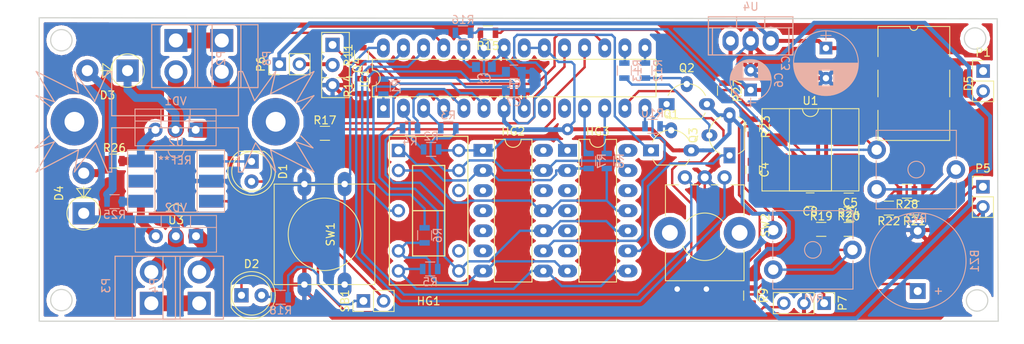
<source format=kicad_pcb>
(kicad_pcb (version 20160815) (host pcbnew no-vcs-found-7394~56~ubuntu15.10.1)
  (layers (0 F.Cu signal) (31 B.Cu signal) (34 B.Paste user) (35 F.Paste user) (36 B.SilkS user) (37 F.SilkS user) (38 B.Mask user) (39 F.Mask user) (44 Edge.Cuts user))
  (net 0 "")
  (net 1 GND)
  (net 2 "Net-(BZ1-Pad1)")
  (net 3 "Net-(C1-Pad1)")
  (net 4 "Net-(C2-Pad1)")
  (net 5 +24V)
  (net 6 "Net-(C4-Pad1)")
  (net 7 "Net-(C5-Pad1)")
  (net 8 +5V)
  (net 9 "Net-(D1-Pad1)")
  (net 10 "Net-(D1-Pad2)")
  (net 11 "Net-(D2-Pad2)")
  (net 12 "Net-(D2-Pad1)")
  (net 13 "Net-(D3-Pad1)")
  (net 14 "Net-(D3-Pad2)")
  (net 15 "Net-(D4-Pad2)")
  (net 16 "Net-(D4-Pad1)")
  (net 17 "Net-(D5-Pad4)")
  (net 18 "Net-(D5-Pad3)")
  (net 19 "Net-(HG1-Pad14)")
  (net 20 "Net-(HG1-Pad7)")
  (net 21 "Net-(HG1-Pad13)")
  (net 22 "Net-(HG1-Pad6)")
  (net 23 "Net-(HG1-Pad12)")
  (net 24 "Net-(HG1-Pad4)")
  (net 25 "Net-(HG1-Pad9)")
  (net 26 "Net-(HG1-Pad2)")
  (net 27 "Net-(HG1-Pad8)")
  (net 28 "Net-(HG1-Pad1)")
  (net 29 "Net-(HG2-Pad14)")
  (net 30 "Net-(HG2-Pad6)")
  (net 31 "Net-(HG2-Pad3)")
  (net 32 "Net-(HG2-Pad9)")
  (net 33 "Net-(HG3-Pad9)")
  (net 34 "Net-(HG3-Pad3)")
  (net 35 "Net-(HG3-Pad6)")
  (net 36 "Net-(HG3-Pad14)")
  (net 37 "Net-(IC1-Pad28)")
  (net 38 "Net-(IC1-Pad14)")
  (net 39 "Net-(IC1-Pad27)")
  (net 40 "Net-(IC1-Pad13)")
  (net 41 "Net-(IC1-Pad26)")
  (net 42 "Net-(IC1-Pad12)")
  (net 43 "Net-(IC1-Pad25)")
  (net 44 "Net-(IC1-Pad11)")
  (net 45 "Net-(IC1-Pad10)")
  (net 46 "Net-(IC1-Pad9)")
  (net 47 "Net-(IC1-Pad6)")
  (net 48 "Net-(IC1-Pad19)")
  (net 49 "Net-(IC1-Pad5)")
  (net 50 "Net-(IC1-Pad18)")
  (net 51 "Net-(IC1-Pad4)")
  (net 52 "Net-(IC1-Pad17)")
  (net 53 "Net-(IC1-Pad3)")
  (net 54 "Net-(IC1-Pad16)")
  (net 55 "Net-(IC1-Pad2)")
  (net 56 "Net-(IC1-Pad15)")
  (net 57 "Net-(IC1-Pad1)")
  (net 58 "Net-(P3-Pad1)")
  (net 59 "Net-(P4-Pad2)")
  (net 60 "Net-(P5-Pad1)")
  (net 61 "Net-(Q1-Pad2)")
  (net 62 "Net-(Q2-Pad2)")
  (net 63 "Net-(Q3-Pad2)")
  (net 64 "Net-(Q4-Pad1)")
  (net 65 "Net-(R15-Pad1)")
  (net 66 "Net-(R16-Pad1)")
  (net 67 "Net-(R18-Pad2)")
  (net 68 "Net-(R19-Pad1)")
  (net 69 "Net-(R19-Pad2)")
  (net 70 "Net-(R21-Pad1)")
  (net 71 "Net-(R21-Pad2)")
  (net 72 "Net-(R25-Pad2)")
  (net 73 "Net-(R26-Pad2)")
  (net 74 "Net-(U2-Pad6)")
  (net 75 "Net-(U3-Pad6)")
  (net 76 "Net-(P2-Pad1)")
  (net 77 "Net-(P6-Pad2)")
  (net 78 "Net-(P7-Pad1)")
  (net 79 "Net-(P8-Pad2)")
  (module Resistors_SMD:R_0805 (layer B.Cu) (at 91.3028 77.1144)
    (fp_text reference R18 (at 0 1.65) (layer B.SilkS) (effects (justify mirror)))
    (fp_text value 270)
    (pad 1 smd rect (at -0.95 0) (size 0.7 1.3) (layers B.Cu B.Paste B.Mask) (net 11 "Net-(D2-Pad2)"))
    (pad 2 smd rect (at 0.95 0) (size 0.7 1.3) (layers B.Cu B.Paste B.Mask) (net 67 "Net-(R18-Pad2)"))
  )
  (module Housings_DIP:DIP-8_W8.89mm_SMDSocket_LongPads (layer F.Cu) (at 158.1658 58.4708)
    (fp_text reference U1 (at 0 -6.2) (layer F.SilkS))
    (fp_text value TL072)
    (pad 1 smd rect (at -4.445 -3.81) (size 3.1 1.6) (layers F.Cu F.Paste F.Mask) (net 65 "Net-(R15-Pad1)"))
    (pad 5 smd rect (at 4.445 3.81) (size 3.1 1.6) (layers F.Cu F.Paste F.Mask) (net 7 "Net-(C5-Pad1)"))
    (pad 2 smd rect (at -4.445 -1.27) (size 3.1 1.6) (layers F.Cu F.Paste F.Mask) (net 69 "Net-(R19-Pad2)"))
    (pad 6 smd rect (at 4.445 1.27) (size 3.1 1.6) (layers F.Cu F.Paste F.Mask) (net 71 "Net-(R21-Pad2)"))
    (pad 3 smd rect (at -4.445 1.27) (size 3.1 1.6) (layers F.Cu F.Paste F.Mask) (net 6 "Net-(C4-Pad1)"))
    (pad 7 smd rect (at 4.445 -1.27) (size 3.1 1.6) (layers F.Cu F.Paste F.Mask) (net 66 "Net-(R16-Pad1)"))
    (pad 4 smd rect (at -4.445 3.81) (size 3.1 1.6) (layers F.Cu F.Paste F.Mask) (net 1 GND))
    (pad 8 smd rect (at 4.445 -3.81) (size 3.1 1.6) (layers F.Cu F.Paste F.Mask) (net 8 +5V))
  )
  (module Capacitors_SMD:C_0805 (layer B.Cu) (at 116.9576 48.006)
    (fp_text reference C2 (at 0 1.5) (layer B.SilkS) (effects (justify mirror)))
    (fp_text value 0.1)
    (pad 2 smd rect (at 1 0) (size 1 1.25) (layers B.Cu B.Paste B.Mask) (net 1 GND))
    (pad 1 smd rect (at -1 0) (size 1 1.25) (layers B.Cu B.Paste B.Mask) (net 4 "Net-(C2-Pad1)"))
  )
  (module Pin_Headers:Pin_Header_Straight_1x02_Pitch2.54mm (layer F.Cu) (at 101.7524 77.5716 90)
    (fp_text reference SB1 (at 0 -2.33 90) (layer F.SilkS))
    (fp_text value Switch)
    (pad 2 thru_hole oval (at 0 2.54 90) (size 1.7 1.7) (drill 1) (layers *.Cu *.Mask) (net 48 "Net-(IC1-Pad19)"))
    (pad 1 thru_hole rect (at 0 0 90) (size 1.7 1.7) (drill 1) (layers *.Cu *.Mask) (net 67 "Net-(R18-Pad2)"))
  )
  (module Buttons_Switches_THT:SW_PUSH-12mm (layer F.Cu) (at 96.8375 69.1515 270)
    (fp_text reference SW1 (at 0 -0.762 270) (layer F.SilkS))
    (fp_text value mode)
    (pad 2 thru_hole oval (at -6.35 2.54 270) (size 3.048 1.7272) (drill 0.8128) (layers *.Cu *.Mask) (net 1 GND))
    (pad 1 thru_hole oval (at -6.35 -2.54 270) (size 3.048 1.7272) (drill 0.8128) (layers *.Cu *.Mask) (net 37 "Net-(IC1-Pad28)"))
    (pad 2 thru_hole oval (at 6.35 2.54 270) (size 3.048 1.7272) (drill 0.8128) (layers *.Cu *.Mask) (net 1 GND))
    (pad 1 thru_hole oval (at 6.35 -2.54 270) (size 3.048 1.7272) (drill 0.8128) (layers *.Cu *.Mask) (net 37 "Net-(IC1-Pad28)"))
  )
  (module Heatsinks:Heatsink_Fischer_SK104-STC-STIC_35x13mm_2xDrill2.5mm (layer B.Cu) (at 77.978 54.9275)
    (fp_text reference REF** (at -0.025 4.875) (layer B.SilkS) (effects (justify mirror)))
    (fp_text value Heatsink_Fischer_SK104-STC-STIC_35x13mm_2xDrill2.5mm)
    (pad 1 thru_hole circle (at 12.7 0) (size 5.99948 5.99948) (drill 2.49936) (layers *.Cu *.Mask))
    (pad 1 thru_hole circle (at -12.7 0) (size 5.99948 5.99948) (drill 2.49936) (layers *.Cu *.Mask))
  )
  (module Housings_DIP:DIP-28_W7.62mm_LongPads (layer F.Cu) (at 104.267 53.213 90)
    (fp_text reference IC1 (at 3.81 -2.39 90) (layer F.SilkS))
    (fp_text value ATMEGA8A-P)
    (pad 28 thru_hole oval (at 7.62 0 90) (size 2.4 1.6) (drill 0.8) (layers *.Cu *.Mask) (net 37 "Net-(IC1-Pad28)"))
    (pad 14 thru_hole oval (at 0 33.02 90) (size 2.4 1.6) (drill 0.8) (layers *.Cu *.Mask) (net 38 "Net-(IC1-Pad14)"))
    (pad 27 thru_hole oval (at 7.62 2.54 90) (size 2.4 1.6) (drill 0.8) (layers *.Cu *.Mask) (net 39 "Net-(IC1-Pad27)"))
    (pad 13 thru_hole oval (at 0 30.48 90) (size 2.4 1.6) (drill 0.8) (layers *.Cu *.Mask) (net 40 "Net-(IC1-Pad13)"))
    (pad 26 thru_hole oval (at 7.62 5.08 90) (size 2.4 1.6) (drill 0.8) (layers *.Cu *.Mask) (net 41 "Net-(IC1-Pad26)"))
    (pad 12 thru_hole oval (at 0 27.94 90) (size 2.4 1.6) (drill 0.8) (layers *.Cu *.Mask) (net 42 "Net-(IC1-Pad12)"))
    (pad 25 thru_hole oval (at 7.62 7.62 90) (size 2.4 1.6) (drill 0.8) (layers *.Cu *.Mask) (net 43 "Net-(IC1-Pad25)"))
    (pad 11 thru_hole oval (at 0 25.4 90) (size 2.4 1.6) (drill 0.8) (layers *.Cu *.Mask) (net 44 "Net-(IC1-Pad11)"))
    (pad 24 thru_hole oval (at 7.62 10.16 90) (size 2.4 1.6) (drill 0.8) (layers *.Cu *.Mask) (net 4 "Net-(C2-Pad1)"))
    (pad 10 thru_hole oval (at 0 22.86 90) (size 2.4 1.6) (drill 0.8) (layers *.Cu *.Mask) (net 45 "Net-(IC1-Pad10)"))
    (pad 23 thru_hole oval (at 7.62 12.7 90) (size 2.4 1.6) (drill 0.8) (layers *.Cu *.Mask) (net 3 "Net-(C1-Pad1)"))
    (pad 9 thru_hole oval (at 0 20.32 90) (size 2.4 1.6) (drill 0.8) (layers *.Cu *.Mask) (net 46 "Net-(IC1-Pad9)"))
    (pad 22 thru_hole oval (at 7.62 15.24 90) (size 2.4 1.6) (drill 0.8) (layers *.Cu *.Mask) (net 1 GND))
    (pad 8 thru_hole oval (at 0 17.78 90) (size 2.4 1.6) (drill 0.8) (layers *.Cu *.Mask) (net 1 GND))
    (pad 21 thru_hole oval (at 7.62 17.78 90) (size 2.4 1.6) (drill 0.8) (layers *.Cu *.Mask) (net 8 +5V))
    (pad 7 thru_hole oval (at 0 15.24 90) (size 2.4 1.6) (drill 0.8) (layers *.Cu *.Mask) (net 8 +5V))
    (pad 20 thru_hole oval (at 7.62 20.32 90) (size 2.4 1.6) (drill 0.8) (layers *.Cu *.Mask) (net 8 +5V))
    (pad 6 thru_hole oval (at 0 12.7 90) (size 2.4 1.6) (drill 0.8) (layers *.Cu *.Mask) (net 47 "Net-(IC1-Pad6)"))
    (pad 19 thru_hole oval (at 7.62 22.86 90) (size 2.4 1.6) (drill 0.8) (layers *.Cu *.Mask) (net 48 "Net-(IC1-Pad19)"))
    (pad 5 thru_hole oval (at 0 10.16 90) (size 2.4 1.6) (drill 0.8) (layers *.Cu *.Mask) (net 49 "Net-(IC1-Pad5)"))
    (pad 18 thru_hole oval (at 7.62 25.4 90) (size 2.4 1.6) (drill 0.8) (layers *.Cu *.Mask) (net 50 "Net-(IC1-Pad18)"))
    (pad 4 thru_hole oval (at 0 7.62 90) (size 2.4 1.6) (drill 0.8) (layers *.Cu *.Mask) (net 51 "Net-(IC1-Pad4)"))
    (pad 17 thru_hole oval (at 7.62 27.94 90) (size 2.4 1.6) (drill 0.8) (layers *.Cu *.Mask) (net 52 "Net-(IC1-Pad17)"))
    (pad 3 thru_hole oval (at 0 5.08 90) (size 2.4 1.6) (drill 0.8) (layers *.Cu *.Mask) (net 53 "Net-(IC1-Pad3)"))
    (pad 16 thru_hole oval (at 7.62 30.48 90) (size 2.4 1.6) (drill 0.8) (layers *.Cu *.Mask) (net 54 "Net-(IC1-Pad16)"))
    (pad 2 thru_hole oval (at 0 2.54 90) (size 2.4 1.6) (drill 0.8) (layers *.Cu *.Mask) (net 55 "Net-(IC1-Pad2)"))
    (pad 15 thru_hole oval (at 7.62 33.02 90) (size 2.4 1.6) (drill 0.8) (layers *.Cu *.Mask) (net 56 "Net-(IC1-Pad15)"))
    (pad 1 thru_hole rect (at 0 0 90) (size 2.4 1.6) (drill 0.8) (layers *.Cu *.Mask) (net 57 "Net-(IC1-Pad1)"))
  )
  (module Resistors_SMD:R_0805 (layer B.Cu) (at 112.461 55.753 180)
    (fp_text reference R3 (at 0 1.65 180) (layer B.SilkS) (effects (justify mirror)))
    (fp_text value 150)
    (pad 1 smd rect (at -0.95 0 180) (size 0.7 1.3) (layers B.Cu B.Paste B.Mask) (net 21 "Net-(HG1-Pad13)"))
    (pad 2 smd rect (at 0.95 0 180) (size 0.7 1.3) (layers B.Cu B.Paste B.Mask) (net 53 "Net-(IC1-Pad3)"))
  )
  (module Displays_7-Segment:MAN3640A (layer F.Cu) (at 109.982 66.167 270)
    (fp_text reference HG1 (at 11.43 0) (layer F.SilkS))
    (fp_text value ИБ)
    (pad 14 thru_hole circle (at -7.62 -3.81 270) (size 1.6764 1.6764) (drill 1.016) (layers *.Cu *.Mask) (net 19 "Net-(HG1-Pad14)"))
    (pad 13 thru_hole circle (at -5.08 -3.81 270) (size 1.6764 1.6764) (drill 1.016) (layers *.Cu *.Mask) (net 21 "Net-(HG1-Pad13)"))
    (pad 12 thru_hole circle (at -2.54 -3.81 270) (size 1.6764 1.6764) (drill 1.016) (layers *.Cu *.Mask) (net 23 "Net-(HG1-Pad12)"))
    (pad 9 thru_hole circle (at 5.08 -3.81 270) (size 1.6764 1.6764) (drill 1.016) (layers *.Cu *.Mask) (net 25 "Net-(HG1-Pad9)"))
    (pad 8 thru_hole circle (at 7.62 -3.81 270) (size 1.6764 1.6764) (drill 1.016) (layers *.Cu *.Mask) (net 27 "Net-(HG1-Pad8)"))
    (pad 7 thru_hole circle (at 7.62 3.81 270) (size 1.6764 1.6764) (drill 1.016) (layers *.Cu *.Mask) (net 20 "Net-(HG1-Pad7)"))
    (pad 6 thru_hole circle (at 5.08 3.81 270) (size 1.6764 1.6764) (drill 1.016) (layers *.Cu *.Mask) (net 22 "Net-(HG1-Pad6)"))
    (pad 4 thru_hole circle (at 0 3.81 270) (size 1.6764 1.6764) (drill 1.016) (layers *.Cu *.Mask) (net 24 "Net-(HG1-Pad4)"))
    (pad 2 thru_hole circle (at -5.08 3.81 270) (size 1.6764 1.6764) (drill 1.016) (layers *.Cu *.Mask) (net 26 "Net-(HG1-Pad2)"))
    (pad 1 thru_hole rect (at -7.62 3.81 270) (size 1.6764 1.6764) (drill 1.016) (layers *.Cu *.Mask) (net 28 "Net-(HG1-Pad1)"))
  )
  (module Buzzers_Beepers:Buzzer_12x9.5RM7.6 (layer B.Cu) (at 171.704 76.327 90)
    (fp_text reference BZ1 (at 3.8 7.2 90) (layer B.SilkS) (effects (justify mirror)))
    (fp_text value Buzzer)
    (fp_text user + (at -0.01 2.54 90) (layer B.SilkS) (effects (justify mirror)))
    (pad 2 thru_hole circle (at 7.6 0 90) (size 2 2) (drill 1) (layers *.Cu *.Mask) (net 1 GND))
    (pad 1 thru_hole rect (at 0 0 90) (size 2 2) (drill 1) (layers *.Cu *.Mask) (net 2 "Net-(BZ1-Pad1)"))
  )
  (module Capacitors_SMD:C_0805 (layer B.Cu) (at 120.7356 48.6156)
    (fp_text reference C1 (at 0 1.5) (layer B.SilkS) (effects (justify mirror)))
    (fp_text value 0.1)
    (pad 2 smd rect (at 1 0) (size 1 1.25) (layers B.Cu B.Paste B.Mask) (net 1 GND))
    (pad 1 smd rect (at -1 0) (size 1 1.25) (layers B.Cu B.Paste B.Mask) (net 3 "Net-(C1-Pad1)"))
  )
  (module Capacitors_ThroughHole:CP_Radial_D8.0mm_P3.80mm (layer B.Cu) (at 160.1216 45.6184 270)
    (fp_text reference C3 (at 1.9 5.06 270) (layer B.SilkS) (effects (justify mirror)))
    (fp_text value 470.0)
    (pad 2 thru_hole circle (at 3.8 0 270) (size 1.6 1.6) (drill 0.8) (layers *.Cu *.Mask) (net 1 GND))
    (pad 1 thru_hole rect (at 0 0 270) (size 1.6 1.6) (drill 0.8) (layers *.Cu *.Mask) (net 5 +24V))
  )
  (module Capacitors_SMD:C_0805 (layer F.Cu) (at 150.876 60.9948 270)
    (fp_text reference C4 (at 0 -1.5 270) (layer F.SilkS))
    (fp_text value 0.1)
    (pad 1 smd rect (at -1 0 270) (size 1 1.25) (layers F.Cu F.Paste F.Mask) (net 6 "Net-(C4-Pad1)"))
    (pad 2 smd rect (at 1 0 270) (size 1 1.25) (layers F.Cu F.Paste F.Mask) (net 1 GND))
  )
  (module Capacitors_SMD:C_0805 (layer F.Cu) (at 163.1856 66.6496)
    (fp_text reference C5 (at 0 -1.5) (layer F.SilkS))
    (fp_text value 0.1)
    (pad 1 smd rect (at -1 0) (size 1 1.25) (layers F.Cu F.Paste F.Mask) (net 7 "Net-(C5-Pad1)"))
    (pad 2 smd rect (at 1 0) (size 1 1.25) (layers F.Cu F.Paste F.Mask) (net 1 GND))
  )
  (module Capacitors_ThroughHole:CP_Radial_D5.0mm_P2.50mm (layer B.Cu) (at 150.622 50.9124 90)
    (fp_text reference C6 (at 1.25 3.56 90) (layer B.SilkS) (effects (justify mirror)))
    (fp_text value 100.0)
    (pad 2 thru_hole circle (at 2.5 0 90) (size 1.6 1.6) (drill 0.8) (layers *.Cu *.Mask) (net 1 GND))
    (pad 1 thru_hole rect (at 0 0 90) (size 1.6 1.6) (drill 0.8) (layers *.Cu *.Mask) (net 8 +5V))
  )
  (module Capacitors_SMD:C_0805 (layer B.Cu) (at 120.7356 50.9524)
    (fp_text reference C7 (at 0 1.5) (layer B.SilkS) (effects (justify mirror)))
    (fp_text value 0.1)
    (pad 1 smd rect (at -1 0) (size 1 1.25) (layers B.Cu B.Paste B.Mask) (net 8 +5V))
    (pad 2 smd rect (at 1 0) (size 1 1.25) (layers B.Cu B.Paste B.Mask) (net 1 GND))
  )
  (module Capacitors_SMD:C_0805 (layer F.Cu) (at 158.131 64.77 180)
    (fp_text reference C8 (at 0 -1.5 180) (layer F.SilkS))
    (fp_text value 0.1)
    (pad 2 smd rect (at 1 0 180) (size 1 1.25) (layers F.Cu F.Paste F.Mask) (net 1 GND))
    (pad 1 smd rect (at -1 0 180) (size 1 1.25) (layers F.Cu F.Paste F.Mask) (net 8 +5V))
  )
  (module LEDs:LED_D5.0mm (layer F.Cu) (at 87.63 59.944 270)
    (fp_text reference D1 (at 1.27 -3.96 270) (layer F.SilkS))
    (fp_text value LED)
    (pad 1 thru_hole rect (at 0 0 270) (size 1.8 1.8) (drill 0.9) (layers *.Cu *.Mask) (net 9 "Net-(D1-Pad1)"))
    (pad 2 thru_hole circle (at 2.54 0 270) (size 1.8 1.8) (drill 0.9) (layers *.Cu *.Mask) (net 10 "Net-(D1-Pad2)"))
  )
  (module LEDs:LED_D5.0mm (layer F.Cu) (at 86.36 76.8604)
    (fp_text reference D2 (at 1.27 -3.96) (layer F.SilkS))
    (fp_text value LED)
    (pad 2 thru_hole circle (at 2.54 0) (size 1.8 1.8) (drill 0.9) (layers *.Cu *.Mask) (net 11 "Net-(D2-Pad2)"))
    (pad 1 thru_hole rect (at 0 0) (size 1.8 1.8) (drill 0.9) (layers *.Cu *.Mask) (net 12 "Net-(D2-Pad1)"))
  )
  (module Oscillators:Oscillator_SMD_SeikoEpson_SG8002JA-4pin_14.0x8.7mm (layer F.Cu) (at 171.2156 50.0888 270)
    (fp_text reference D5 (at 0 -6.9 270) (layer F.SilkS))
    (fp_text value df08s)
    (pad 4 smd rect (at -2.54 -4.4 270) (size 1.3 3) (layers F.Cu F.Paste F.Mask) (net 17 "Net-(D5-Pad4)"))
    (pad 3 smd rect (at 2.54 -4.4 270) (size 1.3 3) (layers F.Cu F.Paste F.Mask) (net 18 "Net-(D5-Pad3)"))
    (pad 2 smd rect (at 2.54 4.4 270) (size 1.3 3) (layers F.Cu F.Paste F.Mask) (net 1 GND))
    (pad 1 smd rect (at -2.54 4.4 270) (size 1.3 3) (layers F.Cu F.Paste F.Mask) (net 5 +24V))
  )
  (module Housings_DIP:DIP-14_W7.62mm_LongPads (layer F.Cu) (at 116.84 58.547)
    (fp_text reference HG2 (at 3.81 -2.39) (layer F.SilkS))
    (fp_text value АЛС324Б1)
    (pad 14 thru_hole oval (at 7.62 0) (size 2.4 1.6) (drill 0.8) (layers *.Cu *.Mask) (net 29 "Net-(HG2-Pad14)"))
    (pad 7 thru_hole oval (at 0 15.24) (size 2.4 1.6) (drill 0.8) (layers *.Cu *.Mask) (net 22 "Net-(HG1-Pad6)"))
    (pad 13 thru_hole oval (at 7.62 2.54) (size 2.4 1.6) (drill 0.8) (layers *.Cu *.Mask) (net 21 "Net-(HG1-Pad13)"))
    (pad 6 thru_hole oval (at 0 12.7) (size 2.4 1.6) (drill 0.8) (layers *.Cu *.Mask) (net 30 "Net-(HG2-Pad6)"))
    (pad 12 thru_hole oval (at 7.62 5.08) (size 2.4 1.6) (drill 0.8) (layers *.Cu *.Mask))
    (pad 5 thru_hole oval (at 0 10.16) (size 2.4 1.6) (drill 0.8) (layers *.Cu *.Mask))
    (pad 11 thru_hole oval (at 7.62 7.62) (size 2.4 1.6) (drill 0.8) (layers *.Cu *.Mask) (net 26 "Net-(HG1-Pad2)"))
    (pad 4 thru_hole oval (at 0 7.62) (size 2.4 1.6) (drill 0.8) (layers *.Cu *.Mask))
    (pad 10 thru_hole oval (at 7.62 10.16) (size 2.4 1.6) (drill 0.8) (layers *.Cu *.Mask) (net 27 "Net-(HG1-Pad8)"))
    (pad 3 thru_hole oval (at 0 5.08) (size 2.4 1.6) (drill 0.8) (layers *.Cu *.Mask) (net 31 "Net-(HG2-Pad3)"))
    (pad 9 thru_hole oval (at 7.62 12.7) (size 2.4 1.6) (drill 0.8) (layers *.Cu *.Mask) (net 32 "Net-(HG2-Pad9)"))
    (pad 2 thru_hole oval (at 0 2.54) (size 2.4 1.6) (drill 0.8) (layers *.Cu *.Mask) (net 28 "Net-(HG1-Pad1)"))
    (pad 8 thru_hole oval (at 7.62 15.24) (size 2.4 1.6) (drill 0.8) (layers *.Cu *.Mask) (net 20 "Net-(HG1-Pad7)"))
    (pad 1 thru_hole rect (at 0 0) (size 2.4 1.6) (drill 0.8) (layers *.Cu *.Mask) (net 19 "Net-(HG1-Pad14)"))
  )
  (module Housings_DIP:DIP-14_W7.62mm_LongPads (layer F.Cu) (at 127.508 58.547)
    (fp_text reference HG3 (at 3.81 -2.39) (layer F.SilkS))
    (fp_text value АЛС324Б1)
    (pad 1 thru_hole rect (at 0 0) (size 2.4 1.6) (drill 0.8) (layers *.Cu *.Mask) (net 19 "Net-(HG1-Pad14)"))
    (pad 8 thru_hole oval (at 7.62 15.24) (size 2.4 1.6) (drill 0.8) (layers *.Cu *.Mask) (net 20 "Net-(HG1-Pad7)"))
    (pad 2 thru_hole oval (at 0 2.54) (size 2.4 1.6) (drill 0.8) (layers *.Cu *.Mask) (net 28 "Net-(HG1-Pad1)"))
    (pad 9 thru_hole oval (at 7.62 12.7) (size 2.4 1.6) (drill 0.8) (layers *.Cu *.Mask) (net 33 "Net-(HG3-Pad9)"))
    (pad 3 thru_hole oval (at 0 5.08) (size 2.4 1.6) (drill 0.8) (layers *.Cu *.Mask) (net 34 "Net-(HG3-Pad3)"))
    (pad 10 thru_hole oval (at 7.62 10.16) (size 2.4 1.6) (drill 0.8) (layers *.Cu *.Mask) (net 27 "Net-(HG1-Pad8)"))
    (pad 4 thru_hole oval (at 0 7.62) (size 2.4 1.6) (drill 0.8) (layers *.Cu *.Mask))
    (pad 11 thru_hole oval (at 7.62 7.62) (size 2.4 1.6) (drill 0.8) (layers *.Cu *.Mask) (net 26 "Net-(HG1-Pad2)"))
    (pad 5 thru_hole oval (at 0 10.16) (size 2.4 1.6) (drill 0.8) (layers *.Cu *.Mask))
    (pad 12 thru_hole oval (at 7.62 5.08) (size 2.4 1.6) (drill 0.8) (layers *.Cu *.Mask))
    (pad 6 thru_hole oval (at 0 12.7) (size 2.4 1.6) (drill 0.8) (layers *.Cu *.Mask) (net 35 "Net-(HG3-Pad6)"))
    (pad 13 thru_hole oval (at 7.62 2.54) (size 2.4 1.6) (drill 0.8) (layers *.Cu *.Mask) (net 21 "Net-(HG1-Pad13)"))
    (pad 7 thru_hole oval (at 0 15.24) (size 2.4 1.6) (drill 0.8) (layers *.Cu *.Mask) (net 22 "Net-(HG1-Pad6)"))
    (pad 14 thru_hole oval (at 7.62 0) (size 2.4 1.6) (drill 0.8) (layers *.Cu *.Mask) (net 36 "Net-(HG3-Pad14)"))
  )
  (module Pin_Headers:Pin_Header_Straight_1x02_Pitch2.54mm (layer F.Cu) (at 179.959 48.514)
    (fp_text reference P1 (at 0 -2.33) (layer F.SilkS))
    (fp_text value 17v)
    (pad 1 thru_hole rect (at 0 0) (size 1.7 1.7) (drill 1) (layers *.Cu *.Mask) (net 17 "Net-(D5-Pad4)"))
    (pad 2 thru_hole oval (at 0 2.54) (size 1.7 1.7) (drill 1) (layers *.Cu *.Mask) (net 18 "Net-(D5-Pad3)"))
  )
  (module Pin_Headers:Pin_Header_Straight_1x02_Pitch3.96mm_Friction_Lock (layer B.Cu) (at 78.0796 44.6532 270)
    (fp_text reference P2 (at 2.25 -5.7 270) (layer B.SilkS) (effects (justify mirror)))
    (fp_text value 220v)
    (pad 2 thru_hole circle (at 3.96 0 270) (size 2.9 2.9) (drill 1.78) (layers *.Cu *.Mask) (net 13 "Net-(D3-Pad1)"))
    (pad 1 thru_hole rect (at 0 0 270) (size 2.9 2.9) (drill 1.78) (layers *.Cu *.Mask) (net 76 "Net-(P2-Pad1)"))
  )
  (module Pin_Headers:Pin_Header_Straight_1x02_Pitch3.96mm_Friction_Lock (layer B.Cu) (at 74.9808 77.874 90)
    (fp_text reference P3 (at 2.25 -5.7 90) (layer B.SilkS) (effects (justify mirror)))
    (fp_text value 24v|220v)
    (pad 1 thru_hole rect (at 0 0 90) (size 2.9 2.9) (drill 1.78) (layers *.Cu *.Mask) (net 58 "Net-(P3-Pad1)"))
    (pad 2 thru_hole circle (at 3.96 0 90) (size 2.9 2.9) (drill 1.78) (layers *.Cu *.Mask) (net 16 "Net-(D4-Pad1)"))
  )
  (module Pin_Headers:Pin_Header_Straight_1x02_Pitch3.96mm_Friction_Lock (layer B.Cu) (at 81.026 77.874 90)
    (fp_text reference P4 (at 2.25 -5.7 90) (layer B.SilkS) (effects (justify mirror)))
    (fp_text value solder)
    (pad 2 thru_hole circle (at 3.96 0 90) (size 2.9 2.9) (drill 1.78) (layers *.Cu *.Mask) (net 59 "Net-(P4-Pad2)"))
    (pad 1 thru_hole rect (at 0 0 90) (size 2.9 2.9) (drill 1.78) (layers *.Cu *.Mask) (net 58 "Net-(P3-Pad1)"))
  )
  (module Pin_Headers:Pin_Header_Straight_1x02_Pitch2.54mm (layer F.Cu) (at 179.9336 63.1444)
    (fp_text reference P5 (at 0 -2.33) (layer F.SilkS))
    (fp_text value thermocouple)
    (pad 2 thru_hole oval (at 0 2.54) (size 1.7 1.7) (drill 1) (layers *.Cu *.Mask) (net 1 GND))
    (pad 1 thru_hole rect (at 0 0) (size 1.7 1.7) (drill 1) (layers *.Cu *.Mask) (net 60 "Net-(P5-Pad1)"))
  )
  (module TO_SOT_Packages_THT:TO-92_Molded_Wide_Oval (layer F.Cu) (at 138.049 58.547)
    (fp_text reference Q1 (at 2.54 -4.57) (layer F.SilkS))
    (fp_text value КТ313Б)
    (pad 3 thru_hole oval (at 5.08 0 90) (size 1.5 2) (drill 0.8) (layers *.Cu *.Mask) (net 8 +5V))
    (pad 1 thru_hole rect (at 0 0 90) (size 1.5 2) (drill 0.8) (layers *.Cu *.Mask) (net 24 "Net-(HG1-Pad4)"))
    (pad 2 thru_hole oval (at 2.54 -2.54 90) (size 2 1.5) (drill 0.8) (layers *.Cu *.Mask) (net 61 "Net-(Q1-Pad2)"))
  )
  (module TO_SOT_Packages_THT:TO-92_Molded_Wide_Oval (layer F.Cu) (at 140.0175 52.705)
    (fp_text reference Q2 (at 2.54 -4.57) (layer F.SilkS))
    (fp_text value КТ313Б)
    (pad 2 thru_hole oval (at 2.54 -2.54 90) (size 2 1.5) (drill 0.8) (layers *.Cu *.Mask) (net 62 "Net-(Q2-Pad2)"))
    (pad 1 thru_hole rect (at 0 0 90) (size 1.5 2) (drill 0.8) (layers *.Cu *.Mask) (net 32 "Net-(HG2-Pad9)"))
    (pad 3 thru_hole oval (at 5.08 0 90) (size 1.5 2) (drill 0.8) (layers *.Cu *.Mask) (net 8 +5V))
  )
  (module TO_SOT_Packages_THT:TO-92_Molded_Wide_Oval (layer F.Cu) (at 147.955 59.182 90)
    (fp_text reference Q3 (at 2.54 -4.57 90) (layer F.SilkS))
    (fp_text value КТ313Б)
    (pad 3 thru_hole oval (at 5.08 0 180) (size 1.5 2) (drill 0.8) (layers *.Cu *.Mask) (net 8 +5V))
    (pad 1 thru_hole rect (at 0 0 180) (size 1.5 2) (drill 0.8) (layers *.Cu *.Mask) (net 33 "Net-(HG3-Pad9)"))
    (pad 2 thru_hole oval (at 2.54 -2.54 180) (size 2 1.5) (drill 0.8) (layers *.Cu *.Mask) (net 63 "Net-(Q3-Pad2)"))
  )
  (module TO_SOT_Packages_THT:TO-126_Vertical (layer F.Cu) (at 97.8535 45.212 270)
    (fp_text reference Q4 (at 2.54 -3.12 270) (layer F.SilkS))
    (fp_text value КТ815А)
    (pad 3 thru_hole oval (at 5.08 0 270) (size 1.8 1.8) (drill 1) (layers *.Cu *.Mask) (net 1 GND))
    (pad 2 thru_hole oval (at 2.54 0 270) (size 1.8 1.8) (drill 1) (layers *.Cu *.Mask) (net 77 "Net-(P6-Pad2)"))
    (pad 1 thru_hole rect (at 0 0 270) (size 1.8 1.8) (drill 1) (layers *.Cu *.Mask) (net 64 "Net-(Q4-Pad1)"))
  )
  (module Resistors_SMD:R_0805 (layer B.Cu) (at 104.267 50.485 90)
    (fp_text reference R1 (at 0 1.65 90) (layer B.SilkS) (effects (justify mirror)))
    (fp_text value 1k)
    (pad 2 smd rect (at 0.95 0 90) (size 0.7 1.3) (layers B.Cu B.Paste B.Mask) (net 8 +5V))
    (pad 1 smd rect (at -0.95 0 90) (size 0.7 1.3) (layers B.Cu B.Paste B.Mask) (net 57 "Net-(IC1-Pad1)"))
  )
  (module Resistors_SMD:R_0805 (layer B.Cu) (at 110.297 58.42 180)
    (fp_text reference R2 (at 0 1.65 180) (layer B.SilkS) (effects (justify mirror)))
    (fp_text value 150)
    (pad 1 smd rect (at -0.95 0 180) (size 0.7 1.3) (layers B.Cu B.Paste B.Mask) (net 19 "Net-(HG1-Pad14)"))
    (pad 2 smd rect (at 0.95 0 180) (size 0.7 1.3) (layers B.Cu B.Paste B.Mask) (net 55 "Net-(IC1-Pad2)"))
  )
  (module Resistors_SMD:R_0805 (layer B.Cu) (at 107.63 55.753)
    (fp_text reference R4 (at 0 1.65) (layer B.SilkS) (effects (justify mirror)))
    (fp_text value 150)
    (pad 1 smd rect (at -0.95 0) (size 0.7 1.3) (layers B.Cu B.Paste B.Mask) (net 27 "Net-(HG1-Pad8)"))
    (pad 2 smd rect (at 0.95 0) (size 0.7 1.3) (layers B.Cu B.Paste B.Mask) (net 51 "Net-(IC1-Pad4)"))
  )
  (module Resistors_SMD:R_0805 (layer B.Cu) (at 110.175 73.533)
    (fp_text reference R5 (at 0 1.65) (layer B.SilkS) (effects (justify mirror)))
    (fp_text value 150)
    (pad 2 smd rect (at 0.95 0) (size 0.7 1.3) (layers B.Cu B.Paste B.Mask) (net 49 "Net-(IC1-Pad5)"))
    (pad 1 smd rect (at -0.95 0) (size 0.7 1.3) (layers B.Cu B.Paste B.Mask) (net 20 "Net-(HG1-Pad7)"))
  )
  (module Resistors_SMD:R_0805 (layer B.Cu) (at 109.474 69.281 90)
    (fp_text reference R6 (at 0 1.65 90) (layer B.SilkS) (effects (justify mirror)))
    (fp_text value 150)
    (pad 1 smd rect (at -0.95 0 90) (size 0.7 1.3) (layers B.Cu B.Paste B.Mask) (net 22 "Net-(HG1-Pad6)"))
    (pad 2 smd rect (at 0.95 0 90) (size 0.7 1.3) (layers B.Cu B.Paste B.Mask) (net 47 "Net-(IC1-Pad6)"))
  )
  (module Resistors_SMD:R_0805 (layer B.Cu) (at 130.175 59.883 90)
    (fp_text reference R7 (at 0 1.65 90) (layer B.SilkS) (effects (justify mirror)))
    (fp_text value 150)
    (pad 2 smd rect (at 0.95 0 90) (size 0.7 1.3) (layers B.Cu B.Paste B.Mask) (net 44 "Net-(IC1-Pad11)"))
    (pad 1 smd rect (at -0.95 0 90) (size 0.7 1.3) (layers B.Cu B.Paste B.Mask) (net 28 "Net-(HG1-Pad1)"))
  )
  (module Resistors_SMD:R_0805 (layer B.Cu) (at 132.461 59.883 90)
    (fp_text reference R8 (at 0 1.65 90) (layer B.SilkS) (effects (justify mirror)))
    (fp_text value 150)
    (pad 2 smd rect (at 0.95 0 90) (size 0.7 1.3) (layers B.Cu B.Paste B.Mask) (net 42 "Net-(IC1-Pad12)"))
    (pad 1 smd rect (at -0.95 0 90) (size 0.7 1.3) (layers B.Cu B.Paste B.Mask) (net 26 "Net-(HG1-Pad2)"))
  )
  (module Resistors_SMD:R_0805 (layer F.Cu) (at 150.622 76.896 270)
    (fp_text reference R9 (at 0 -1.65 270) (layer F.SilkS))
    (fp_text value 150)
    (pad 2 smd rect (at 0.95 0 270) (size 0.7 1.3) (layers F.Cu F.Paste F.Mask) (net 40 "Net-(IC1-Pad13)"))
    (pad 1 smd rect (at -0.95 0 270) (size 0.7 1.3) (layers F.Cu F.Paste F.Mask) (net 2 "Net-(BZ1-Pad1)"))
  )
  (module Resistors_SMD:R_0805 (layer B.Cu) (at 138.242 55.499 180)
    (fp_text reference R10 (at 0 1.65 180) (layer B.SilkS) (effects (justify mirror)))
    (fp_text value 1k)
    (pad 1 smd rect (at -0.95 0 180) (size 0.7 1.3) (layers B.Cu B.Paste B.Mask) (net 61 "Net-(Q1-Pad2)"))
    (pad 2 smd rect (at 0.95 0 180) (size 0.7 1.3) (layers B.Cu B.Paste B.Mask) (net 38 "Net-(IC1-Pad14)"))
  )
  (module Resistors_SMD:R_0805 (layer F.Cu) (at 101.4984 46.5176 90)
    (fp_text reference R11 (at 0 -1.65 90) (layer F.SilkS))
    (fp_text value 1k)
    (pad 2 smd rect (at 0.95 0 90) (size 0.7 1.3) (layers F.Cu F.Paste F.Mask) (net 52 "Net-(IC1-Pad17)"))
    (pad 1 smd rect (at -0.95 0 90) (size 0.7 1.3) (layers F.Cu F.Paste F.Mask) (net 64 "Net-(Q4-Pad1)"))
  )
  (module Resistors_SMD:R_0805 (layer B.Cu) (at 137.287 48.453 90)
    (fp_text reference R12 (at 0 1.65 90) (layer B.SilkS) (effects (justify mirror)))
    (fp_text value 1k)
    (pad 2 smd rect (at 0.95 0 90) (size 0.7 1.3) (layers B.Cu B.Paste B.Mask) (net 56 "Net-(IC1-Pad15)"))
    (pad 1 smd rect (at -0.95 0 90) (size 0.7 1.3) (layers B.Cu B.Paste B.Mask) (net 62 "Net-(Q2-Pad2)"))
  )
  (module Resistors_SMD:R_0805 (layer B.Cu) (at 134.6835 48.453 90)
    (fp_text reference R13 (at 0 1.65 90) (layer B.SilkS) (effects (justify mirror)))
    (fp_text value 1k)
    (pad 1 smd rect (at -0.95 0 90) (size 0.7 1.3) (layers B.Cu B.Paste B.Mask) (net 63 "Net-(Q3-Pad2)"))
    (pad 2 smd rect (at 0.95 0 90) (size 0.7 1.3) (layers B.Cu B.Paste B.Mask) (net 54 "Net-(IC1-Pad16)"))
  )
  (module Resistors_SMD:R_0805 (layer F.Cu) (at 101.4984 50.4292 90)
    (fp_text reference R14 (at 0 -1.65 90) (layer F.SilkS))
    (fp_text value 1k)
    (pad 1 smd rect (at -0.95 0 90) (size 0.7 1.3) (layers F.Cu F.Paste F.Mask) (net 1 GND))
    (pad 2 smd rect (at 0.95 0 90) (size 0.7 1.3) (layers F.Cu F.Paste F.Mask) (net 64 "Net-(Q4-Pad1)"))
  )
  (module Resistors_SMD:R_0805 (layer F.Cu) (at 117.4648 43.688 180)
    (fp_text reference R15 (at 0 -1.65 180) (layer F.SilkS))
    (fp_text value 1M)
    (pad 1 smd rect (at -0.95 0 180) (size 0.7 1.3) (layers F.Cu F.Paste F.Mask) (net 65 "Net-(R15-Pad1)"))
    (pad 2 smd rect (at 0.95 0 180) (size 0.7 1.3) (layers F.Cu F.Paste F.Mask) (net 3 "Net-(C1-Pad1)"))
  )
  (module Resistors_SMD:R_0805 (layer B.Cu) (at 114.3152 43.688 180)
    (fp_text reference R16 (at 0 1.65 180) (layer B.SilkS) (effects (justify mirror)))
    (fp_text value 1M)
    (pad 1 smd rect (at -0.95 0 180) (size 0.7 1.3) (layers B.Cu B.Paste B.Mask) (net 66 "Net-(R16-Pad1)"))
    (pad 2 smd rect (at 0.95 0 180) (size 0.7 1.3) (layers B.Cu B.Paste B.Mask) (net 4 "Net-(C2-Pad1)"))
  )
  (module Resistors_SMD:R_0805 (layer F.Cu) (at 96.8908 56.388)
    (fp_text reference R17 (at 0 -1.65) (layer F.SilkS))
    (fp_text value 270)
    (pad 2 smd rect (at 0.95 0) (size 0.7 1.3) (layers F.Cu F.Paste F.Mask) (net 50 "Net-(IC1-Pad18)"))
    (pad 1 smd rect (at -0.95 0) (size 0.7 1.3) (layers F.Cu F.Paste F.Mask) (net 10 "Net-(D1-Pad2)"))
  )
  (module Resistors_SMD:R_0805 (layer F.Cu) (at 159.5272 68.5292)
    (fp_text reference R19 (at 0 -1.65) (layer F.SilkS))
    (fp_text value 62k)
    (pad 1 smd rect (at -0.95 0) (size 0.7 1.3) (layers F.Cu F.Paste F.Mask) (net 68 "Net-(R19-Pad1)"))
    (pad 2 smd rect (at 0.95 0) (size 0.7 1.3) (layers F.Cu F.Paste F.Mask) (net 69 "Net-(R19-Pad2)"))
  )
  (module Resistors_SMD:R_0805 (layer F.Cu) (at 163.002 68.5292)
    (fp_text reference R20 (at 0 -1.65) (layer F.SilkS))
    (fp_text value 1k)
    (pad 2 smd rect (at 0.95 0) (size 0.7 1.3) (layers F.Cu F.Paste F.Mask) (net 1 GND))
    (pad 1 smd rect (at -0.95 0) (size 0.7 1.3) (layers F.Cu F.Paste F.Mask) (net 69 "Net-(R19-Pad2)"))
  )
  (module Resistors_SMD:R_0805 (layer F.Cu) (at 171.2824 65.8368 180)
    (fp_text reference R21 (at 0 -1.65 180) (layer F.SilkS))
    (fp_text value 62k)
    (pad 1 smd rect (at -0.95 0 180) (size 0.7 1.3) (layers F.Cu F.Paste F.Mask) (net 70 "Net-(R21-Pad1)"))
    (pad 2 smd rect (at 0.95 0 180) (size 0.7 1.3) (layers F.Cu F.Paste F.Mask) (net 71 "Net-(R21-Pad2)"))
  )
  (module Resistors_SMD:R_0805 (layer F.Cu) (at 168.0616 65.8368 180)
    (fp_text reference R22 (at 0 -1.65 180) (layer F.SilkS))
    (fp_text value 1k)
    (pad 2 smd rect (at 0.95 0 180) (size 0.7 1.3) (layers F.Cu F.Paste F.Mask) (net 1 GND))
    (pad 1 smd rect (at -0.95 0 180) (size 0.7 1.3) (layers F.Cu F.Paste F.Mask) (net 71 "Net-(R21-Pad2)"))
  )
  (module Resistors_SMD:R_0805 (layer F.Cu) (at 150.876 55.565 270)
    (fp_text reference R23 (at 0 -1.65 270) (layer F.SilkS))
    (fp_text value 10k)
    (pad 2 smd rect (at 0.95 0 270) (size 0.7 1.3) (layers F.Cu F.Paste F.Mask) (net 6 "Net-(C4-Pad1)"))
    (pad 1 smd rect (at -0.95 0 270) (size 0.7 1.3) (layers F.Cu F.Paste F.Mask) (net 78 "Net-(P7-Pad1)"))
  )
  (module Resistors_SMD:R_0805 (layer F.Cu) (at 163.002 64.8208 180)
    (fp_text reference R24 (at 0 -1.65 180) (layer F.SilkS))
    (fp_text value 10k)
    (pad 1 smd rect (at -0.95 0 180) (size 0.7 1.3) (layers F.Cu F.Paste F.Mask) (net 60 "Net-(P5-Pad1)"))
    (pad 2 smd rect (at 0.95 0 180) (size 0.7 1.3) (layers F.Cu F.Paste F.Mask) (net 7 "Net-(C5-Pad1)"))
  )
  (module Resistors_SMD:R_0805 (layer B.Cu) (at 70.3428 65.024)
    (fp_text reference R25 (at 0 1.65) (layer B.SilkS) (effects (justify mirror)))
    (fp_text value 360)
    (pad 2 smd rect (at 0.95 0) (size 0.7 1.3) (layers B.Cu B.Paste B.Mask) (net 72 "Net-(R25-Pad2)"))
    (pad 1 smd rect (at -0.95 0) (size 0.7 1.3) (layers B.Cu B.Paste B.Mask) (net 14 "Net-(D3-Pad2)"))
  )
  (module Resistors_SMD:R_0805 (layer F.Cu) (at 70.3224 59.8932)
    (fp_text reference R26 (at 0 -1.65) (layer F.SilkS))
    (fp_text value 360)
    (pad 1 smd rect (at -0.95 0) (size 0.7 1.3) (layers F.Cu F.Paste F.Mask) (net 15 "Net-(D4-Pad2)"))
    (pad 2 smd rect (at 0.95 0) (size 0.7 1.3) (layers F.Cu F.Paste F.Mask) (net 73 "Net-(R26-Pad2)"))
  )
  (module Resistors_SMD:R_0805 (layer F.Cu) (at 147.32 50.993 270)
    (fp_text reference R27 (at 0 -1.65 270) (layer F.SilkS))
    (fp_text value 1.5k)
    (pad 2 smd rect (at 0.95 0 270) (size 0.7 1.3) (layers F.Cu F.Paste F.Mask) (net 78 "Net-(P7-Pad1)"))
    (pad 1 smd rect (at -0.95 0 270) (size 0.7 1.3) (layers F.Cu F.Paste F.Mask) (net 8 +5V))
  )
  (module Resistors_SMD:R_0805 (layer F.Cu) (at 170.3476 63.7032 180)
    (fp_text reference R28 (at 0 -1.65 180) (layer F.SilkS))
    (fp_text value 1.5k)
    (pad 2 smd rect (at 0.95 0 180) (size 0.7 1.3) (layers F.Cu F.Paste F.Mask) (net 60 "Net-(P5-Pad1)"))
    (pad 1 smd rect (at -0.95 0 180) (size 0.7 1.3) (layers F.Cu F.Paste F.Mask) (net 8 +5V))
  )
  (module Potentiometers:Potentiometer_Trimmer_ACP_CA9v_Horizontal_Px10.0mm_Py5.0mm (layer B.Cu) (at 153.4744 68.62)
    (fp_text reference RV1 (at 5 8.65) (layer B.SilkS) (effects (justify mirror)))
    (fp_text value 100k)
    (pad 1 thru_hole circle (at 0 0) (size 2.34 2.34) (drill 1.3) (layers *.Cu *.Mask) (net 65 "Net-(R15-Pad1)"))
    (pad 2 thru_hole circle (at 10 2.5) (size 2.34 2.34) (drill 1.3) (layers *.Cu *.Mask) (net 68 "Net-(R19-Pad1)"))
    (pad 3 thru_hole circle (at 0 5) (size 2.34 2.34) (drill 1.3) (layers *.Cu *.Mask) (net 68 "Net-(R19-Pad1)"))
  )
  (module Potentiometers:Potentiometer_Trimmer_ACP_CA9v_Horizontal_Px10.0mm_Py5.0mm (layer B.Cu) (at 166.5224 58.4708)
    (fp_text reference RV2 (at 5 8.65) (layer B.SilkS) (effects (justify mirror)))
    (fp_text value 100k)
    (pad 3 thru_hole circle (at 0 5) (size 2.34 2.34) (drill 1.3) (layers *.Cu *.Mask) (net 70 "Net-(R21-Pad1)"))
    (pad 2 thru_hole circle (at 10 2.5) (size 2.34 2.34) (drill 1.3) (layers *.Cu *.Mask) (net 70 "Net-(R21-Pad1)"))
    (pad 1 thru_hole circle (at 0 0) (size 2.34 2.34) (drill 1.3) (layers *.Cu *.Mask) (net 66 "Net-(R16-Pad1)"))
  )
  (module Potentiometers:Potentiometer_Alps_RK09K_Horizontal (layer F.Cu) (at 142.325 61.961 270)
    (fp_text reference SW2 (at 6.05 -10.15 270) (layer F.SilkS))
    (fp_text value Enc)
    (pad 0 np_thru_hole circle (at 7 1.9 270) (size 4 4) (drill 2) (layers *.Cu *.Mask))
    (pad 0 np_thru_hole circle (at 7 -6.9 270) (size 4 4) (drill 2) (layers *.Cu *.Mask))
    (pad 1 thru_hole circle (at 0 0 270) (size 1.8 1.8) (drill 1) (layers *.Cu *.Mask) (net 41 "Net-(IC1-Pad26)"))
    (pad 2 thru_hole circle (at 0 -2.5 270) (size 1.8 1.8) (drill 1) (layers *.Cu *.Mask) (net 1 GND))
    (pad 3 thru_hole circle (at 0 -5 270) (size 1.8 1.8) (drill 1) (layers *.Cu *.Mask) (net 39 "Net-(IC1-Pad27)"))
  )
  (module Power_Integrations:TO-220 (layer B.Cu) (at 150.622 44.704 180)
    (fp_text reference U4 (at 0 4.318 180) (layer B.SilkS) (effects (justify mirror)))
    (fp_text value LM7805CT)
    (pad 1 thru_hole oval (at -2.54 0 180) (size 2.032 2.54) (drill 1.143) (layers *.Cu *.Mask) (net 5 +24V))
    (pad 3 thru_hole oval (at 2.54 0 180) (size 2.032 2.54) (drill 1.143) (layers *.Cu *.Mask) (net 8 +5V))
    (pad 2 thru_hole oval (at 0 0 180) (size 2.032 2.54) (drill 1.143) (layers *.Cu *.Mask) (net 1 GND))
  )
  (module TO_SOT_Packages_THT:TO-220_Vertical (layer B.Cu) (at 80.5815 55.9435 180)
    (fp_text reference VD1 (at 2.54 3.62 180) (layer B.SilkS) (effects (justify mirror)))
    (fp_text value BT139)
    (pad 1 thru_hole rect (at 0 0 180) (size 1.8 1.8) (drill 1) (layers *.Cu *.Mask) (net 79 "Net-(P8-Pad2)"))
    (pad 2 thru_hole oval (at 2.54 0 180) (size 1.8 1.8) (drill 1) (layers *.Cu *.Mask) (net 13 "Net-(D3-Pad1)"))
    (pad 3 thru_hole oval (at 5.08 0 180) (size 1.8 1.8) (drill 1) (layers *.Cu *.Mask) (net 74 "Net-(U2-Pad6)"))
  )
  (module TO_SOT_Packages_THT:TO-220_Vertical (layer B.Cu) (at 80.6196 69.3928 180)
    (fp_text reference VD2 (at 2.54 3.62 180) (layer B.SilkS) (effects (justify mirror)))
    (fp_text value BT139)
    (pad 3 thru_hole oval (at 5.08 0 180) (size 1.8 1.8) (drill 1) (layers *.Cu *.Mask) (net 75 "Net-(U3-Pad6)"))
    (pad 2 thru_hole oval (at 2.54 0 180) (size 1.8 1.8) (drill 1) (layers *.Cu *.Mask) (net 16 "Net-(D4-Pad1)"))
    (pad 1 thru_hole rect (at 0 0 180) (size 1.8 1.8) (drill 1) (layers *.Cu *.Mask) (net 59 "Net-(P4-Pad2)"))
  )
  (module Housings_DIP:DIP-6_W8.89mm_SMDSocket_LongPads (layer B.Cu) (at 78.105 62.4205 180)
    (fp_text reference U2 (at 0 4.93 180) (layer B.SilkS) (effects (justify mirror)))
    (fp_text value MOC3023M)
    (pad 6 smd rect (at 4.445 2.54 180) (size 3.1 1.6) (layers B.Cu B.Paste B.Mask) (net 74 "Net-(U2-Pad6)"))
    (pad 3 smd rect (at -4.445 -2.54 180) (size 3.1 1.6) (layers B.Cu B.Paste B.Mask))
    (pad 5 smd rect (at 4.445 0 180) (size 3.1 1.6) (layers B.Cu B.Paste B.Mask))
    (pad 2 smd rect (at -4.445 0 180) (size 3.1 1.6) (layers B.Cu B.Paste B.Mask) (net 1 GND))
    (pad 4 smd rect (at 4.445 -2.54 180) (size 3.1 1.6) (layers B.Cu B.Paste B.Mask) (net 72 "Net-(R25-Pad2)"))
    (pad 1 smd rect (at -4.445 2.54 180) (size 3.1 1.6) (layers B.Cu B.Paste B.Mask) (net 9 "Net-(D1-Pad1)"))
  )
  (module Housings_DIP:DIP-6_W8.89mm_SMDSocket_LongPads (layer F.Cu) (at 78.105 62.4332 180)
    (fp_text reference U3 (at 0 -4.93 180) (layer F.SilkS))
    (fp_text value MOC3023M)
    (pad 1 smd rect (at -4.445 -2.54 180) (size 3.1 1.6) (layers F.Cu F.Paste F.Mask) (net 12 "Net-(D2-Pad1)"))
    (pad 4 smd rect (at 4.445 2.54 180) (size 3.1 1.6) (layers F.Cu F.Paste F.Mask) (net 73 "Net-(R26-Pad2)"))
    (pad 2 smd rect (at -4.445 0 180) (size 3.1 1.6) (layers F.Cu F.Paste F.Mask) (net 1 GND))
    (pad 5 smd rect (at 4.445 0 180) (size 3.1 1.6) (layers F.Cu F.Paste F.Mask))
    (pad 3 smd rect (at -4.445 2.54 180) (size 3.1 1.6) (layers F.Cu F.Paste F.Mask))
    (pad 6 smd rect (at 4.445 -2.54 180) (size 3.1 1.6) (layers F.Cu F.Paste F.Mask) (net 75 "Net-(U3-Pad6)"))
  )
  (module Diodes_THT:D_5W_P5.08mm_Vertical_AnodeUp (layer F.Cu) (at 71.9836 48.4632 180)
    (fp_text reference D3 (at 2.54 -3.114899 180) (layer F.SilkS))
    (fp_text value 1N4007)
    (pad 1 thru_hole rect (at 0 0 180) (size 2.8 2.8) (drill 1.4) (layers *.Cu *.Mask) (net 13 "Net-(D3-Pad1)"))
    (pad 2 thru_hole oval (at 5.08 0 180) (size 2.8 2.8) (drill 1.4) (layers *.Cu *.Mask) (net 14 "Net-(D3-Pad2)"))
  )
  (module Diodes_THT:D_5W_P5.08mm_Vertical_AnodeUp (layer F.Cu) (at 66.4464 66.4972 90)
    (fp_text reference D4 (at 2.54 -3.114899 90) (layer F.SilkS))
    (fp_text value 1N4007)
    (pad 2 thru_hole oval (at 5.08 0 90) (size 2.8 2.8) (drill 1.4) (layers *.Cu *.Mask) (net 15 "Net-(D4-Pad2)"))
    (pad 1 thru_hole rect (at 0 0 90) (size 2.8 2.8) (drill 1.4) (layers *.Cu *.Mask) (net 16 "Net-(D4-Pad1)"))
  )
  (module Pin_Headers:Pin_Header_Straight_1x02_Pitch2.54mm (layer F.Cu) (at 91.1352 47.6504 90)
    (fp_text reference P6 (at 0 -2.33 90) (layer F.SilkS))
    (fp_text value Fan)
    (pad 2 thru_hole oval (at 0 2.54 90) (size 1.7 1.7) (drill 1) (layers *.Cu *.Mask) (net 77 "Net-(P6-Pad2)"))
    (pad 1 thru_hole rect (at 0 0 90) (size 1.7 1.7) (drill 1) (layers *.Cu *.Mask) (net 5 +24V))
  )
  (module Pin_Headers:Pin_Header_Straight_1x03_Pitch2.54mm (layer F.Cu) (at 159.893 77.851 270)
    (fp_text reference P7 (at 0 -2.33 270) (layer F.SilkS))
    (fp_text value thermocouple)
    (pad 3 thru_hole oval (at 0 5.08 270) (size 1.7 1.7) (drill 1) (layers *.Cu *.Mask) (net 43 "Net-(IC1-Pad25)"))
    (pad 2 thru_hole oval (at 0 2.54 270) (size 1.7 1.7) (drill 1) (layers *.Cu *.Mask) (net 1 GND))
    (pad 1 thru_hole rect (at 0 0 270) (size 1.7 1.7) (drill 1) (layers *.Cu *.Mask) (net 78 "Net-(P7-Pad1)"))
  )
  (module Pin_Headers:Pin_Header_Straight_1x02_Pitch3.96mm_Friction_Lock (layer B.Cu) (at 83.8708 44.6556 270)
    (fp_text reference P8 (at 2.25 -5.7 270) (layer B.SilkS) (effects (justify mirror)))
    (fp_text value Heater)
    (pad 2 thru_hole circle (at 3.96 0 270) (size 2.9 2.9) (drill 1.78) (layers *.Cu *.Mask) (net 79 "Net-(P8-Pad2)"))
    (pad 1 thru_hole rect (at 0 0 270) (size 2.9 2.9) (drill 1.78) (layers *.Cu *.Mask) (net 76 "Net-(P2-Pad1)"))
  )
  (gr_circle (center 63.627 44.623972) (end 64.516 45.639972) (layer Edge.Cuts) (width 0.15))
  (gr_circle (center 178.943 44.403028) (end 179.832 45.419028) (layer Edge.Cuts) (width 0.15))
  (gr_circle (center 179.197 77.516972) (end 180.086 78.532972) (layer Edge.Cuts) (width 0.15))
  (gr_circle (center 63.627 77.47) (end 64.516 78.486) (layer Edge.Cuts) (width 0.15))
  (gr_line (start 60.833 80.126) (end 60.833 41.783) (layer Edge.Cuts) (width 0.15))
  (gr_line (start 181.864 80.137) (end 60.833 80.137) (layer Edge.Cuts) (width 0.15))
  (gr_line (start 181.737 41.91) (end 181.864 80.137) (layer Edge.Cuts) (width 0.15))
  (gr_line (start 60.833 41.783) (end 181.737 41.91) (layer Edge.Cuts) (width 0.15))
  (segment (start 143.256 48.641) (end 138.938 48.641) (width 0.3) (layer B.Cu) (net 0))
  (segment (start 138.049 43.942) (end 139.954 43.942) (width 0.3) (layer B.Cu) (net 0))
  (segment (start 138.938 48.641) (end 138.811 48.514) (width 0.3) (layer B.Cu) (net 0))
  (segment (start 139.954 43.942) (end 148.379271 52.367271) (width 0.3) (layer B.Cu) (net 0))
  (segment (start 138.811 48.514) (end 138.811 44.704) (width 0.3) (layer B.Cu) (net 0))
  (segment (start 138.811 44.704) (end 138.049 43.942) (width 0.3) (layer B.Cu) (net 0))
  (segment (start 148.379271 52.367271) (end 148.419729 52.367271) (width 0.3) (layer B.Cu) (net 0))
  (segment (start 147.955 52.07) (end 148.082 52.197) (width 0.5) (layer B.Cu) (net 0))
  (segment (start 147.447 52.07) (end 147.955 52.07) (width 0.5) (layer B.Cu) (net 0))
  (segment (start 139.264811 44.903811) (end 138.43 44.069) (width 0.5) (layer B.Cu) (net 0))
  (segment (start 139.264811 44.903811) (end 138.811 44.45) (width 0.5) (layer B.Cu) (net 0))
  (segment (start 139.754189 44.903811) (end 139.264811 44.903811) (width 0.5) (layer B.Cu) (net 0))
  (segment (start 138.684 44.196) (end 139.046378 44.196) (width 0.5) (layer B.Cu) (net 0))
  (segment (start 139.046378 44.196) (end 139.754189 44.903811) (width 0.5) (layer B.Cu) (net 0))
  (segment (start 139.7 47.752) (end 139.065 48.387) (width 0.5) (layer B.Cu) (net 0))
  (segment (start 139.7 47.625) (end 139.7 47.752) (width 0.5) (layer B.Cu) (net 0))
  (segment (start 142.748 48.133) (end 143.256 48.641) (width 0.3) (layer B.Cu) (net 0))
  (segment (start 142.113 47.498) (end 142.113 47.879) (width 1) (layer B.Cu) (net 0))
  (segment (start 142.113 47.879) (end 142.367 48.133) (width 1) (layer B.Cu) (net 0))
  (segment (start 142.367 48.133) (end 142.748 48.133) (width 1) (layer B.Cu) (net 0))
  (segment (start 142.875 47.498) (end 147.447 52.07) (width 1) (layer B.Cu) (net 0))
  (segment (start 142.113 47.498) (end 142.875 47.498) (width 1) (layer B.Cu) (net 0))
  (segment (start 139.754189 44.903811) (end 139.7 44.958) (width 2) (layer B.Cu) (net 0))
  (segment (start 139.7 44.958) (end 139.7 47.625) (width 2) (layer B.Cu) (net 0))
  (segment (start 141.859 47.008622) (end 139.754189 44.903811) (width 2) (layer B.Cu) (net 0))
  (segment (start 141.859 47.625) (end 141.859 47.008622) (width 2) (layer B.Cu) (net 0))
  (segment (start 139.7 47.625) (end 141.859 47.625) (width 2) (layer B.Cu) (net 0))
  (segment (start 141.859 47.625) (end 142.113 47.371) (width 2) (layer B.Cu) (net 0))
  (segment (start 142.113 47.498) (end 142.113 47.371) (width 2) (layer B.Cu) (net 0))
  (segment (start 143.256 48.641) (end 147.066 52.451) (width 0.3) (layer B.Cu) (net 0))
  (segment (start 147.066 52.451) (end 148.463 52.451) (width 0.3) (layer B.Cu) (net 0))
  (segment (start 148.463 52.451) (end 149.352 53.34) (width 0.3) (layer B.Cu) (net 0))
  (segment (start 149.352 53.34) (end 149.352 53.594) (width 0.3) (layer B.Cu) (net 0))
  (segment (start 141.351 43.18) (end 140.716 42.545) (width 0.3) (layer F.Cu) (net 0))
  (segment (start 140.716 42.545) (end 115.062 42.545) (width 0.3) (layer F.Cu) (net 0))
  (segment (start 150.622 44.704) (end 150.622 44.831) (width 0.3) (layer B.Cu) (net 1))
  (segment (start 150.622 44.831) (end 148.844 46.609) (width 0.3) (layer B.Cu) (net 1))
  (segment (start 148.844 46.609) (end 147.066 46.609) (width 0.3) (layer B.Cu) (net 1))
  (segment (start 147.066 46.609) (end 146.304 45.847) (width 0.3) (layer B.Cu) (net 1))
  (segment (start 146.304 45.847) (end 146.304 43.561) (width 0.3) (layer B.Cu) (net 1))
  (segment (start 146.304 43.561) (end 146.676991 43.188009) (width 0.3) (layer B.Cu) (net 1))
  (segment (start 148.209 47.244) (end 148.971 46.482) (width 0.3) (layer B.Cu) (net 1))
  (segment (start 146.676991 43.188009) (end 140.978009 43.188009) (width 0.3) (layer B.Cu) (net 1))
  (segment (start 149.098 51.308) (end 149.098 50.673) (width 0.3) (layer B.Cu) (net 1))
  (segment (start 140.978009 43.188009) (end 149.098 51.308) (width 0.3) (layer B.Cu) (net 1))
  (segment (start 148.209 49.784) (end 148.209 47.244) (width 0.3) (layer B.Cu) (net 1))
  (segment (start 149.098 50.673) (end 148.209 49.784) (width 0.3) (layer B.Cu) (net 1))
  (segment (start 141.605006 76.072996) (end 143.97334 76.072996) (width 0.3) (layer B.Cu) (net 1))
  (segment (start 141.351002 76.327) (end 141.605006 76.072996) (width 0.3) (layer B.Cu) (net 1))
  (segment (start 143.97334 76.072996) (end 145.034 76.072996) (width 0.3) (layer B.Cu) (net 1))
  (segment (start 144.825 75.863996) (end 145.034 76.072996) (width 0.3) (layer F.Cu) (net 1))
  (segment (start 144.825 61.961) (end 144.825 75.863996) (width 0.3) (layer F.Cu) (net 1))
  (via (at 145.034 76.072996) (size 1.5) (drill 0.7) (layers F.Cu B.Cu) (net 1))
  (segment (start 140.589 75.819) (end 140.843 76.073) (width 0.3) (layer F.Cu) (net 1))
  (segment (start 140.843 76.073) (end 141.350998 76.073) (width 0.3) (layer F.Cu) (net 1))
  (segment (start 141.351002 76.073004) (end 141.350998 76.073) (width 0.3) (layer B.Cu) (net 1))
  (segment (start 141.351002 76.327) (end 141.351002 76.073004) (width 0.3) (layer B.Cu) (net 1))
  (via (at 141.350998 76.073) (size 1.5) (drill 0.7) (layers F.Cu B.Cu) (net 1))
  (segment (start 138.430002 79.248) (end 141.351002 76.327) (width 0.3) (layer B.Cu) (net 1))
  (segment (start 171.704 68.707) (end 171.577 68.834) (width 0.3) (layer B.Cu) (net 1))
  (segment (start 171.577 68.834) (end 171.577 68.961) (width 0.3) (layer B.Cu) (net 1))
  (segment (start 171.577 68.961) (end 165.354 75.184) (width 0.3) (layer B.Cu) (net 1))
  (segment (start 157.353 76.581) (end 157.353 77.851) (width 0.3) (layer B.Cu) (net 1))
  (segment (start 165.354 75.184) (end 158.75 75.184) (width 0.3) (layer B.Cu) (net 1))
  (segment (start 158.75 75.184) (end 157.353 76.581) (width 0.3) (layer B.Cu) (net 1))
  (segment (start 171.577 68.58) (end 171.557 68.6) (width 0.5) (layer B.Cu) (net 1))
  (segment (start 167.132 61.087) (end 168.783 59.436) (width 0.5) (layer B.Cu) (net 1))
  (segment (start 152.4254 48.4124) (end 150.622 48.4124) (width 0.5) (layer B.Cu) (net 1))
  (segment (start 171.557 68.6) (end 167.533 68.6) (width 0.5) (layer B.Cu) (net 1))
  (segment (start 167.533 68.6) (end 164.338 65.405) (width 0.5) (layer B.Cu) (net 1))
  (segment (start 155.702 51.689) (end 152.4254 48.4124) (width 0.5) (layer B.Cu) (net 1))
  (segment (start 164.338 65.405) (end 164.338 62.103) (width 0.5) (layer B.Cu) (net 1))
  (segment (start 164.338 62.103) (end 165.354 61.087) (width 0.5) (layer B.Cu) (net 1))
  (segment (start 165.354 61.087) (end 167.132 61.087) (width 0.5) (layer B.Cu) (net 1))
  (segment (start 168.783 59.436) (end 168.783 54.229) (width 0.5) (layer B.Cu) (net 1))
  (segment (start 168.783 54.229) (end 166.243 51.689) (width 0.5) (layer B.Cu) (net 1))
  (segment (start 166.243 51.689) (end 155.702 51.689) (width 0.5) (layer B.Cu) (net 1))
  (segment (start 171.577 68.707) (end 173.99 68.707) (width 0.3) (layer F.Cu) (net 1))
  (segment (start 173.99 68.707) (end 174.117 68.58) (width 0.3) (layer F.Cu) (net 1))
  (segment (start 94.2975 75.5015) (end 94.2975 76.1619) (width 0.3) (layer B.Cu) (net 1))
  (segment (start 97.3836 79.248) (end 138.430002 79.248) (width 0.3) (layer B.Cu) (net 1))
  (segment (start 94.2975 76.1619) (end 97.3836 79.248) (width 0.3) (layer B.Cu) (net 1))
  (segment (start 94.2975 62.8015) (end 94.2975 64.8255) (width 0.5) (layer F.Cu) (net 1))
  (segment (start 94.2975 64.8255) (end 94.2975 75.5015) (width 0.5) (layer F.Cu) (net 1))
  (segment (start 94.2975 75.5015) (end 94.2975 76.1619) (width 0.5) (layer F.Cu) (net 1))
  (segment (start 94.2975 76.1619) (end 97.82961 79.69401) (width 0.5) (layer F.Cu) (net 1))
  (segment (start 97.82961 79.69401) (end 174.55999 79.69401) (width 0.5) (layer F.Cu) (net 1))
  (segment (start 174.55999 79.69401) (end 176.53 77.724) (width 0.5) (layer F.Cu) (net 1))
  (segment (start 176.53 77.724) (end 176.53 70.886) (width 0.5) (layer F.Cu) (net 1))
  (segment (start 176.53 70.886) (end 175.243999 69.599999) (width 0.5) (layer F.Cu) (net 1))
  (segment (start 175.243999 69.599999) (end 174.244 68.6) (width 0.5) (layer F.Cu) (net 1))
  (segment (start 82.55 62.4205) (end 84.3915 62.4205) (width 0.5) (layer B.Cu) (net 1))
  (segment (start 84.3915 62.4205) (end 86.7965 64.8255) (width 0.5) (layer B.Cu) (net 1))
  (segment (start 86.7965 64.8255) (end 90.9099 64.8255) (width 0.5) (layer B.Cu) (net 1))
  (segment (start 90.9099 64.8255) (end 92.9339 62.8015) (width 0.5) (layer B.Cu) (net 1))
  (segment (start 92.9339 62.8015) (end 94.2975 62.8015) (width 0.5) (layer B.Cu) (net 1))
  (segment (start 97.8535 50.292) (end 97.8535 60.6091) (width 0.5) (layer B.Cu) (net 1))
  (segment (start 97.8535 60.6091) (end 95.6611 62.8015) (width 0.5) (layer B.Cu) (net 1))
  (segment (start 95.6611 62.8015) (end 94.2975 62.8015) (width 0.5) (layer B.Cu) (net 1))
  (segment (start 101.4984 51.3792) (end 98.9407 51.3792) (width 0.5) (layer F.Cu) (net 1))
  (segment (start 98.9407 51.3792) (end 97.8535 50.292) (width 0.5) (layer F.Cu) (net 1))
  (segment (start 122.047 53.213) (end 122.047 52.813) (width 0.5) (layer F.Cu) (net 1))
  (segment (start 122.047 52.813) (end 120.6132 51.3792) (width 0.5) (layer F.Cu) (net 1))
  (segment (start 120.6132 51.3792) (end 102.6484 51.3792) (width 0.5) (layer F.Cu) (net 1))
  (segment (start 102.6484 51.3792) (end 101.4984 51.3792) (width 0.5) (layer F.Cu) (net 1))
  (segment (start 174.244 68.6) (end 169.672 68.6) (width 0.5) (layer F.Cu) (net 1))
  (segment (start 169.672 68.6) (end 169.271 68.6) (width 0.5) (layer F.Cu) (net 1))
  (segment (start 164.1856 66.6496) (end 164.9856 66.6496) (width 0.3) (layer F.Cu) (net 1))
  (segment (start 164.9856 66.6496) (end 166.936 68.6) (width 0.3) (layer F.Cu) (net 1))
  (segment (start 166.936 68.6) (end 169.672 68.6) (width 0.3) (layer F.Cu) (net 1))
  (segment (start 167.1116 65.8368) (end 164.9984 65.8368) (width 0.3) (layer F.Cu) (net 1))
  (segment (start 164.9984 65.8368) (end 164.1856 66.6496) (width 0.3) (layer F.Cu) (net 1))
  (segment (start 164.1856 66.6496) (end 164.1856 68.2956) (width 0.3) (layer F.Cu) (net 1))
  (segment (start 164.1856 68.2956) (end 163.952 68.5292) (width 0.3) (layer F.Cu) (net 1))
  (segment (start 169.271 68.6) (end 164.592 73.279) (width 0.5) (layer F.Cu) (net 1))
  (segment (start 164.592 73.279) (end 157.48 73.279) (width 0.5) (layer F.Cu) (net 1))
  (segment (start 157.48 73.279) (end 156.337 72.136) (width 0.5) (layer F.Cu) (net 1))
  (segment (start 156.337 72.136) (end 156.337 66.689) (width 0.5) (layer F.Cu) (net 1))
  (segment (start 156.337 66.689) (end 157.131 65.895) (width 0.5) (layer F.Cu) (net 1))
  (segment (start 157.131 65.895) (end 157.131 64.77) (width 0.5) (layer F.Cu) (net 1))
  (segment (start 179.9336 65.6844) (end 179.9336 66.1416) (width 0.3) (layer F.Cu) (net 1))
  (segment (start 179.9336 66.1416) (end 177.4752 68.6) (width 0.3) (layer F.Cu) (net 1))
  (segment (start 177.4752 68.6) (end 174.244 68.6) (width 0.3) (layer F.Cu) (net 1))
  (segment (start 153.7208 62.2808) (end 153.7208 63.5808) (width 0.5) (layer F.Cu) (net 1))
  (segment (start 153.7208 63.5808) (end 154.91 64.77) (width 0.5) (layer F.Cu) (net 1))
  (segment (start 154.91 64.77) (end 156.131 64.77) (width 0.5) (layer F.Cu) (net 1))
  (segment (start 156.131 64.77) (end 157.131 64.77) (width 0.5) (layer F.Cu) (net 1))
  (segment (start 150.622 48.4124) (end 150.622 44.704) (width 0.5) (layer F.Cu) (net 1))
  (segment (start 154.94 47.117) (end 152.781 47.117) (width 0.5) (layer F.Cu) (net 1))
  (segment (start 152.781 47.117) (end 150.622 44.958) (width 0.5) (layer F.Cu) (net 1))
  (segment (start 150.622 44.958) (end 150.622 44.704) (width 0.5) (layer F.Cu) (net 1))
  (segment (start 157.2414 49.4184) (end 154.94 47.117) (width 0.5) (layer F.Cu) (net 1))
  (segment (start 160.1216 49.4184) (end 157.2414 49.4184) (width 0.5) (layer F.Cu) (net 1))
  (segment (start 166.8156 52.6288) (end 163.332 52.6288) (width 0.5) (layer F.Cu) (net 1))
  (segment (start 163.332 52.6288) (end 160.1216 49.4184) (width 0.5) (layer F.Cu) (net 1))
  (segment (start 163.952 68.8292) (end 163.952 68.5292) (width 0.3) (layer F.Cu) (net 1))
  (segment (start 157.131 64.77) (end 155.11 64.77) (width 0.3) (layer F.Cu) (net 1))
  (segment (start 155.11 64.77) (end 153.7208 63.3808) (width 0.3) (layer F.Cu) (net 1))
  (segment (start 153.7208 62.2808) (end 151.162 62.2808) (width 0.3) (layer F.Cu) (net 1))
  (segment (start 151.162 62.2808) (end 150.876 61.9948) (width 0.3) (layer F.Cu) (net 1))
  (segment (start 163.952 68.5292) (end 163.952 68.829) (width 0.3) (layer F.Cu) (net 1))
  (segment (start 153.7208 63.4238) (end 153.7208 63.3808) (width 0.3) (layer F.Cu) (net 1))
  (segment (start 153.7208 63.3808) (end 153.7208 62.2808) (width 0.3) (layer F.Cu) (net 1))
  (segment (start 153.4348 61.9948) (end 153.7208 62.2808) (width 0.3) (layer F.Cu) (net 1))
  (segment (start 117.9576 48.006) (end 117.9576 47.5424) (width 0.3) (layer B.Cu) (net 1))
  (segment (start 117.9576 47.5424) (end 119.507 45.993) (width 0.3) (layer B.Cu) (net 1))
  (segment (start 119.507 45.993) (end 119.507 45.593) (width 0.3) (layer B.Cu) (net 1))
  (segment (start 119.507 45.593) (end 119.507 46.5582) (width 0.3) (layer B.Cu) (net 1))
  (segment (start 119.507 46.5582) (end 122.047 49.0982) (width 0.3) (layer B.Cu) (net 1))
  (segment (start 122.047 49.0982) (end 122.047 51.713) (width 0.3) (layer B.Cu) (net 1))
  (segment (start 122.047 51.713) (end 122.047 53.213) (width 0.3) (layer B.Cu) (net 1))
  (segment (start 97.7265 50.165) (end 97.8535 50.292) (width 0.3) (layer B.Cu) (net 1))
  (segment (start 150.622 75.946) (end 151.572 75.946) (width 0.3) (layer F.Cu) (net 2))
  (segment (start 170.688 75.438) (end 171.704 76.454) (width 0.3) (layer F.Cu) (net 2))
  (segment (start 151.572 75.946) (end 152.08 75.438) (width 0.3) (layer F.Cu) (net 2))
  (segment (start 152.08 75.438) (end 170.688 75.438) (width 0.3) (layer F.Cu) (net 2))
  (segment (start 116.967 45.593) (end 116.967 48.8442) (width 0.3) (layer B.Cu) (net 3))
  (segment (start 116.967 48.8442) (end 117.2464 49.1236) (width 0.3) (layer B.Cu) (net 3))
  (segment (start 117.2464 49.1236) (end 119.2276 49.1236) (width 0.3) (layer B.Cu) (net 3))
  (segment (start 119.2276 49.1236) (end 119.7356 48.6156) (width 0.3) (layer B.Cu) (net 3))
  (segment (start 116.3828 43.688) (end 116.3828 45.0088) (width 0.3) (layer F.Cu) (net 3))
  (segment (start 116.3828 45.0088) (end 116.967 45.593) (width 0.3) (layer F.Cu) (net 3))
  (segment (start 116.3828 45.0088) (end 116.967 45.593) (width 0.3) (layer B.Cu) (net 3))
  (segment (start 115.9576 48.006) (end 115.1576 48.006) (width 0.3) (layer B.Cu) (net 4))
  (segment (start 115.1576 48.006) (end 114.427 47.2754) (width 0.3) (layer B.Cu) (net 4))
  (segment (start 114.427 47.2754) (end 114.427 47.093) (width 0.3) (layer B.Cu) (net 4))
  (segment (start 114.427 47.093) (end 114.427 45.593) (width 0.3) (layer B.Cu) (net 4))
  (segment (start 114.427 45.593) (end 114.427 44.8818) (width 0.3) (layer B.Cu) (net 4))
  (segment (start 114.427 44.8818) (end 113.2332 43.688) (width 0.3) (layer B.Cu) (net 4))
  (segment (start 153.162 44.704) (end 153.162 44.45) (width 0.5) (layer B.Cu) (net 5))
  (segment (start 153.162 44.45) (end 151.199999 42.487999) (width 0.5) (layer B.Cu) (net 5))
  (segment (start 151.199999 42.487999) (end 94.947601 42.487999) (width 0.5) (layer B.Cu) (net 5))
  (segment (start 94.947601 42.487999) (end 91.1352 46.3004) (width 0.5) (layer B.Cu) (net 5))
  (segment (start 91.1352 46.3004) (end 91.1352 47.6504) (width 0.5) (layer B.Cu) (net 5))
  (segment (start 153.162 44.704) (end 159.2072 44.704) (width 0.5) (layer F.Cu) (net 5))
  (segment (start 159.2072 44.704) (end 160.1216 45.6184) (width 0.5) (layer F.Cu) (net 5))
  (segment (start 160.1216 45.6184) (end 166.0352 45.6184) (width 0.5) (layer F.Cu) (net 5))
  (segment (start 166.0352 45.6184) (end 166.8156 46.3988) (width 0.5) (layer F.Cu) (net 5))
  (segment (start 166.8156 46.3988) (end 166.8156 47.5488) (width 0.5) (layer F.Cu) (net 5))
  (segment (start 150.876 56.515) (end 150.876 59.9948) (width 0.3) (layer F.Cu) (net 6))
  (segment (start 150.876 59.9948) (end 153.4668 59.9948) (width 0.3) (layer F.Cu) (net 6))
  (segment (start 153.4668 59.9948) (end 153.7208 59.7408) (width 0.3) (layer F.Cu) (net 6))
  (segment (start 162.052 64.8208) (end 162.052 66.516) (width 0.3) (layer F.Cu) (net 7))
  (segment (start 162.052 66.516) (end 162.1856 66.6496) (width 0.3) (layer F.Cu) (net 7))
  (segment (start 162.052 64.8208) (end 162.052 62.8396) (width 0.3) (layer F.Cu) (net 7))
  (segment (start 162.052 62.8396) (end 162.6108 62.2808) (width 0.3) (layer F.Cu) (net 7))
  (segment (start 119.507 53.213) (end 119.507 54.713) (width 0.3) (layer B.Cu) (net 8))
  (segment (start 119.507 54.713) (end 120.8645 56.0705) (width 0.3) (layer B.Cu) (net 8))
  (segment (start 120.8645 56.0705) (end 127.1905 56.0705) (width 0.3) (layer B.Cu) (net 8))
  (segment (start 127.1905 56.0705) (end 128.37701 54.88399) (width 0.3) (layer B.Cu) (net 8))
  (segment (start 128.37701 54.88399) (end 128.37701 47.73201) (width 0.3) (layer B.Cu) (net 8))
  (segment (start 128.37701 47.73201) (end 128.016 47.371) (width 0.3) (layer B.Cu) (net 8))
  (segment (start 128.016 47.371) (end 126.365 47.371) (width 0.3) (layer B.Cu) (net 8))
  (segment (start 126.365 47.371) (end 125.603 46.609) (width 0.3) (layer B.Cu) (net 8))
  (segment (start 125.603 46.609) (end 124.587 45.593) (width 0.3) (layer B.Cu) (net 8))
  (segment (start 150.622 50.9124) (end 150.4804 50.9124) (width 0.5) (layer B.Cu) (net 8))
  (segment (start 154.178 46.863) (end 158.623 42.418) (width 0.5) (layer B.Cu) (net 8))
  (segment (start 178.816 61.214) (end 178.308 61.722) (width 0.5) (layer B.Cu) (net 8))
  (segment (start 150.4804 50.9124) (end 148.971 49.403) (width 0.5) (layer B.Cu) (net 8))
  (segment (start 148.971 49.403) (end 148.971 47.752) (width 0.5) (layer B.Cu) (net 8))
  (segment (start 152.781 70.993) (end 154.051 70.993) (width 0.5) (layer B.Cu) (net 8))
  (segment (start 180.467 61.214) (end 178.816 61.214) (width 0.5) (layer B.Cu) (net 8))
  (segment (start 151.257 72.517) (end 152.781 70.993) (width 0.5) (layer B.Cu) (net 8))
  (segment (start 148.971 47.752) (end 149.86 46.863) (width 0.5) (layer B.Cu) (net 8))
  (segment (start 149.86 46.863) (end 154.178 46.863) (width 0.5) (layer B.Cu) (net 8))
  (segment (start 158.623 42.418) (end 172.593 42.418) (width 0.5) (layer B.Cu) (net 8))
  (segment (start 178.181 51.562) (end 180.848 54.229) (width 0.5) (layer B.Cu) (net 8))
  (segment (start 172.593 42.418) (end 178.181 48.006) (width 0.5) (layer B.Cu) (net 8))
  (segment (start 180.848 54.229) (end 180.848 60.833) (width 0.5) (layer B.Cu) (net 8))
  (segment (start 178.181 48.006) (end 178.181 51.562) (width 0.5) (layer B.Cu) (net 8))
  (segment (start 180.848 60.833) (end 180.467 61.214) (width 0.5) (layer B.Cu) (net 8))
  (segment (start 178.308 61.722) (end 178.308 65.405) (width 0.5) (layer B.Cu) (net 8))
  (segment (start 155.448 69.596) (end 155.448 67.564) (width 0.5) (layer B.Cu) (net 8))
  (segment (start 178.308 65.405) (end 163.957 79.756) (width 0.5) (layer B.Cu) (net 8))
  (segment (start 163.957 79.756) (end 154.178 79.756) (width 0.5) (layer B.Cu) (net 8))
  (segment (start 151.257 76.835) (end 151.257 72.517) (width 0.5) (layer B.Cu) (net 8))
  (segment (start 149.606 65.278) (end 149.606 55.753) (width 0.5) (layer B.Cu) (net 8))
  (segment (start 154.178 79.756) (end 151.257 76.835) (width 0.5) (layer B.Cu) (net 8))
  (segment (start 150.876 66.548) (end 149.606 65.278) (width 0.5) (layer B.Cu) (net 8))
  (segment (start 154.051 70.993) (end 155.448 69.596) (width 0.5) (layer B.Cu) (net 8))
  (segment (start 154.432 66.548) (end 150.876 66.548) (width 0.5) (layer B.Cu) (net 8))
  (segment (start 155.448 67.564) (end 154.432 66.548) (width 0.5) (layer B.Cu) (net 8))
  (segment (start 149.606 55.753) (end 147.955 54.102) (width 0.5) (layer B.Cu) (net 8))
  (segment (start 127.508 55.88) (end 138.176 55.88) (width 0.5) (layer F.Cu) (net 8))
  (segment (start 138.176 55.88) (end 140.843 58.547) (width 0.5) (layer F.Cu) (net 8))
  (segment (start 140.843 58.547) (end 141.629 58.547) (width 0.5) (layer F.Cu) (net 8))
  (segment (start 141.629 58.547) (end 143.129 58.547) (width 0.5) (layer F.Cu) (net 8))
  (segment (start 119.507 53.213) (end 119.507 54.913) (width 0.5) (layer B.Cu) (net 8))
  (segment (start 119.507 54.913) (end 120.474 55.88) (width 0.5) (layer B.Cu) (net 8))
  (segment (start 120.474 55.88) (end 127.508 55.88) (width 0.5) (layer B.Cu) (net 8))
  (via (at 127.508 55.88) (size 1.5) (drill 0.7) (layers F.Cu B.Cu) (net 8))
  (segment (start 147.955 54.102) (end 147.955 56.388) (width 0.5) (layer B.Cu) (net 8))
  (segment (start 147.955 56.388) (end 145.796 58.547) (width 0.5) (layer B.Cu) (net 8))
  (segment (start 145.796 58.547) (end 144.629 58.547) (width 0.5) (layer B.Cu) (net 8))
  (segment (start 144.629 58.547) (end 143.129 58.547) (width 0.5) (layer B.Cu) (net 8))
  (segment (start 147.955 54.102) (end 146.4945 54.102) (width 0.5) (layer B.Cu) (net 8))
  (segment (start 146.4945 54.102) (end 145.0975 52.705) (width 0.5) (layer B.Cu) (net 8))
  (segment (start 162.6108 54.6608) (end 160.5608 54.6608) (width 0.5) (layer F.Cu) (net 8))
  (segment (start 160.5608 54.6608) (end 160.147 55.0746) (width 0.5) (layer F.Cu) (net 8))
  (segment (start 160.147 55.0746) (end 160.147 64.008) (width 0.5) (layer F.Cu) (net 8))
  (segment (start 160.147 64.008) (end 159.385 64.77) (width 0.5) (layer F.Cu) (net 8))
  (segment (start 159.385 64.77) (end 159.131 64.77) (width 0.5) (layer F.Cu) (net 8))
  (segment (start 159.131 64.77) (end 159.131 55.499) (width 0.5) (layer F.Cu) (net 8))
  (segment (start 159.131 55.499) (end 154.5444 50.9124) (width 0.5) (layer F.Cu) (net 8))
  (segment (start 154.5444 50.9124) (end 154.2904 50.9124) (width 0.5) (layer F.Cu) (net 8))
  (segment (start 154.2904 50.9124) (end 150.622 50.9124) (width 0.5) (layer F.Cu) (net 8))
  (segment (start 148.082 48.768) (end 149.225 49.911) (width 0.5) (layer F.Cu) (net 8))
  (segment (start 149.225 49.911) (end 150.2264 50.9124) (width 0.5) (layer F.Cu) (net 8))
  (segment (start 147.32 50.043) (end 149.093 50.043) (width 0.5) (layer F.Cu) (net 8))
  (segment (start 149.093 50.043) (end 149.225 49.911) (width 0.5) (layer F.Cu) (net 8))
  (segment (start 148.082 44.704) (end 148.082 48.768) (width 0.5) (layer F.Cu) (net 8))
  (segment (start 150.2264 50.9124) (end 150.622 50.9124) (width 0.5) (layer F.Cu) (net 8))
  (segment (start 171.2976 63.7032) (end 171.2976 60.848398) (width 0.3) (layer F.Cu) (net 8))
  (segment (start 171.2976 60.848398) (end 165.110002 54.6608) (width 0.3) (layer F.Cu) (net 8))
  (segment (start 165.110002 54.6608) (end 164.4608 54.6608) (width 0.3) (layer F.Cu) (net 8))
  (segment (start 164.4608 54.6608) (end 162.6108 54.6608) (width 0.3) (layer F.Cu) (net 8))
  (segment (start 119.507 53.213) (end 119.507 50.546) (width 0.3) (layer B.Cu) (net 8))
  (segment (start 119.507 50.546) (end 114.6556 50.546) (width 0.3) (layer B.Cu) (net 8))
  (segment (start 114.6556 50.546) (end 113.477611 49.368011) (width 0.3) (layer B.Cu) (net 8))
  (segment (start 104.365489 49.368011) (end 104.2035 49.53) (width 0.3) (layer B.Cu) (net 8))
  (segment (start 113.477611 49.368011) (end 104.365489 49.368011) (width 0.3) (layer B.Cu) (net 8))
  (segment (start 119.507 53.213) (end 119.507 53.5305) (width 0.3) (layer B.Cu) (net 8))
  (segment (start 122.047 45.593) (end 124.587 45.593) (width 0.3) (layer B.Cu) (net 8))
  (segment (start 87.63 59.944) (end 82.6135 59.944) (width 0.3) (layer B.Cu) (net 9))
  (segment (start 82.6135 59.944) (end 82.55 59.8805) (width 0.3) (layer B.Cu) (net 9))
  (segment (start 95.9408 56.388) (end 95.2908 56.388) (width 0.3) (layer F.Cu) (net 10))
  (segment (start 95.2908 56.388) (end 89.1948 62.484) (width 0.3) (layer F.Cu) (net 10))
  (segment (start 88.902792 62.484) (end 87.63 62.484) (width 0.3) (layer F.Cu) (net 10))
  (segment (start 89.1948 62.484) (end 88.902792 62.484) (width 0.3) (layer F.Cu) (net 10))
  (segment (start 88.8492 77.0636) (end 90.302 77.0636) (width 0.3) (layer B.Cu) (net 11))
  (segment (start 90.302 77.0636) (end 90.3528 77.1144) (width 0.3) (layer B.Cu) (net 11))
  (segment (start 86.3092 77.0636) (end 86.2584 77.0636) (width 0.3) (layer F.Cu) (net 12))
  (segment (start 86.2584 77.0636) (end 86.36 76.962) (width 0.3) (layer F.Cu) (net 12))
  (segment (start 86.36 76.962) (end 86.36 66.7512) (width 0.3) (layer F.Cu) (net 12))
  (segment (start 86.36 66.7512) (end 84.582 64.9732) (width 0.3) (layer F.Cu) (net 12))
  (segment (start 84.582 64.9732) (end 82.55 64.9732) (width 0.3) (layer F.Cu) (net 12))
  (segment (start 71.9836 48.4632) (end 71.9836 50.8632) (width 1) (layer B.Cu) (net 13))
  (segment (start 71.9836 50.8632) (end 73.038 51.9176) (width 1) (layer B.Cu) (net 13))
  (segment (start 73.038 51.9176) (end 75.9968 51.9176) (width 1) (layer B.Cu) (net 13))
  (segment (start 75.9968 51.9176) (end 78.0415 53.9623) (width 1) (layer B.Cu) (net 13))
  (segment (start 78.0415 53.9623) (end 78.0415 55.9435) (width 1) (layer B.Cu) (net 13))
  (segment (start 78.082 55.903) (end 78.0415 55.9435) (width 2) (layer F.Cu) (net 13))
  (segment (start 78.082 48.641) (end 78.082 55.903) (width 2) (layer F.Cu) (net 13))
  (segment (start 69.3928 64.1096) (end 70.104 63.3984) (width 1) (layer B.Cu) (net 14))
  (segment (start 70.104 63.3984) (end 70.104 51.6636) (width 1) (layer B.Cu) (net 14))
  (segment (start 70.104 51.6636) (end 66.9036 48.4632) (width 1) (layer B.Cu) (net 14))
  (segment (start 69.3928 65.024) (end 69.3928 64.1096) (width 0.7) (layer B.Cu) (net 14))
  (segment (start 66.4464 61.4172) (end 68.426298 61.4172) (width 1) (layer F.Cu) (net 15))
  (segment (start 68.426298 61.4172) (end 68.863098 60.9804) (width 1) (layer F.Cu) (net 15))
  (segment (start 68.863098 60.9804) (end 69.3724 60.9804) (width 1) (layer F.Cu) (net 15))
  (segment (start 69.3724 59.8932) (end 69.3724 60.9804) (width 0.7) (layer F.Cu) (net 15))
  (segment (start 78.0796 69.3928) (end 78.0796 68.1228) (width 1) (layer B.Cu) (net 16))
  (segment (start 78.0796 68.1228) (end 77.216 67.2592) (width 1) (layer B.Cu) (net 16))
  (segment (start 67.2592 67.2592) (end 66.4972 66.4972) (width 1) (layer B.Cu) (net 16))
  (segment (start 77.216 67.2592) (end 67.2592 67.2592) (width 1) (layer B.Cu) (net 16))
  (segment (start 66.4972 66.4972) (end 66.4464 66.4972) (width 1) (layer B.Cu) (net 16))
  (segment (start 78.0796 69.3928) (end 78.0796 70.8152) (width 2) (layer F.Cu) (net 16))
  (segment (start 78.0796 70.8152) (end 74.9808 73.914) (width 2) (layer F.Cu) (net 16))
  (segment (start 175.6156 47.5488) (end 179.2224 47.5488) (width 0.5) (layer F.Cu) (net 17))
  (segment (start 179.2224 47.5488) (end 180.34 48.6664) (width 0.5) (layer F.Cu) (net 17))
  (segment (start 180.34 51.2064) (end 178.9176 52.6288) (width 0.5) (layer F.Cu) (net 18))
  (segment (start 178.9176 52.6288) (end 175.6156 52.6288) (width 0.5) (layer F.Cu) (net 18))
  (segment (start 113.792 58.547) (end 111.374 58.547) (width 0.3) (layer B.Cu) (net 19))
  (segment (start 111.374 58.547) (end 111.247 58.42) (width 0.3) (layer B.Cu) (net 19))
  (segment (start 127.508 58.547) (end 127.508 58.42) (width 0.3) (layer B.Cu) (net 19))
  (segment (start 127.508 58.42) (end 126.238 57.15) (width 0.3) (layer B.Cu) (net 19))
  (segment (start 126.238 57.15) (end 119.483 57.15) (width 0.3) (layer B.Cu) (net 19))
  (segment (start 119.483 57.15) (end 118.086 58.547) (width 0.3) (layer B.Cu) (net 19))
  (segment (start 118.086 58.547) (end 116.586 58.547) (width 0.3) (layer B.Cu) (net 19))
  (segment (start 116.586 58.547) (end 113.284 58.547) (width 0.3) (layer B.Cu) (net 19))
  (segment (start 120.704001 76.042999) (end 108.427999 76.042999) (width 0.3) (layer B.Cu) (net 20))
  (segment (start 108.427999 76.042999) (end 107.010199 74.625199) (width 0.3) (layer B.Cu) (net 20))
  (segment (start 124.46 73.787) (end 122.96 73.787) (width 0.3) (layer B.Cu) (net 20))
  (segment (start 122.96 73.787) (end 120.704001 76.042999) (width 0.3) (layer B.Cu) (net 20))
  (segment (start 107.010199 74.625199) (end 106.172 73.787) (width 0.3) (layer B.Cu) (net 20))
  (segment (start 109.225 73.533) (end 106.426 73.533) (width 0.3) (layer B.Cu) (net 20))
  (segment (start 106.426 73.533) (end 106.172 73.787) (width 0.3) (layer B.Cu) (net 20))
  (segment (start 124.46 73.787) (end 124.86 73.787) (width 0.3) (layer B.Cu) (net 20))
  (segment (start 131.719999 75.695001) (end 133.628 73.787) (width 0.3) (layer B.Cu) (net 20))
  (segment (start 124.86 73.787) (end 126.768001 75.695001) (width 0.3) (layer B.Cu) (net 20))
  (segment (start 126.768001 75.695001) (end 131.719999 75.695001) (width 0.3) (layer B.Cu) (net 20))
  (segment (start 133.628 73.787) (end 135.128 73.787) (width 0.3) (layer B.Cu) (net 20))
  (segment (start 133.90799 59.86699) (end 135.128 61.087) (width 0.3) (layer B.Cu) (net 21))
  (segment (start 126.08001 59.86699) (end 133.90799 59.86699) (width 0.3) (layer B.Cu) (net 21))
  (segment (start 124.86 61.087) (end 126.08001 59.86699) (width 0.3) (layer B.Cu) (net 21))
  (segment (start 124.46 61.087) (end 124.86 61.087) (width 0.3) (layer B.Cu) (net 21))
  (segment (start 113.792 61.087) (end 112.014 61.087) (width 0.3) (layer B.Cu) (net 21))
  (segment (start 112.014 61.087) (end 110.236 59.309) (width 0.3) (layer B.Cu) (net 21))
  (segment (start 110.236 59.309) (end 110.236 57.531) (width 0.3) (layer B.Cu) (net 21))
  (segment (start 110.744 57.023) (end 112.649 57.023) (width 0.3) (layer B.Cu) (net 21))
  (segment (start 110.236 57.531) (end 110.744 57.023) (width 0.3) (layer B.Cu) (net 21))
  (segment (start 112.649 57.023) (end 113.411 56.261) (width 0.3) (layer B.Cu) (net 21))
  (segment (start 113.411 56.261) (end 113.411 55.753) (width 0.3) (layer B.Cu) (net 21))
  (segment (start 124.46 61.087) (end 119.507 61.087) (width 0.3) (layer B.Cu) (net 21))
  (segment (start 119.507 61.087) (end 118.237 59.817) (width 0.3) (layer B.Cu) (net 21))
  (segment (start 114.630199 60.248801) (end 113.792 61.087) (width 0.3) (layer B.Cu) (net 21))
  (segment (start 118.237 59.817) (end 115.062 59.817) (width 0.3) (layer B.Cu) (net 21))
  (segment (start 115.062 59.817) (end 114.630199 60.248801) (width 0.3) (layer B.Cu) (net 21))
  (segment (start 109.474 70.231) (end 107.188 70.231) (width 0.3) (layer B.Cu) (net 22))
  (segment (start 107.188 70.231) (end 106.172 71.247) (width 0.3) (layer B.Cu) (net 22))
  (segment (start 116.84 73.787) (end 116.44 73.787) (width 0.3) (layer B.Cu) (net 22))
  (segment (start 116.44 73.787) (end 114.916 75.311) (width 0.3) (layer B.Cu) (net 22))
  (segment (start 114.916 75.311) (end 111.146998 75.311) (width 0.3) (layer B.Cu) (net 22))
  (segment (start 110.109 72.517) (end 109.677199 72.085199) (width 0.3) (layer B.Cu) (net 22))
  (segment (start 111.146998 75.311) (end 110.109 74.273002) (width 0.3) (layer B.Cu) (net 22))
  (segment (start 110.109 74.273002) (end 110.109 72.517) (width 0.3) (layer B.Cu) (net 22))
  (segment (start 109.677199 72.085199) (end 107.010199 72.085199) (width 0.3) (layer B.Cu) (net 22))
  (segment (start 107.010199 72.085199) (end 106.172 71.247) (width 0.3) (layer B.Cu) (net 22))
  (segment (start 127.508 73.787) (end 127.108 73.787) (width 0.3) (layer B.Cu) (net 22))
  (segment (start 127.108 73.787) (end 125.88799 72.56699) (width 0.3) (layer B.Cu) (net 22))
  (segment (start 125.88799 72.56699) (end 118.46001 72.56699) (width 0.3) (layer B.Cu) (net 22))
  (segment (start 118.46001 72.56699) (end 117.24 73.787) (width 0.3) (layer B.Cu) (net 22))
  (segment (start 117.24 73.787) (end 116.84 73.787) (width 0.3) (layer B.Cu) (net 22))
  (segment (start 106.172 66.167) (end 104.986607 66.167) (width 0.3) (layer B.Cu) (net 24))
  (segment (start 104.986607 66.167) (end 102.2985 63.478893) (width 0.3) (layer B.Cu) (net 24))
  (segment (start 120.75701 50.038808) (end 120.75701 54.59001) (width 0.3) (layer B.Cu) (net 24))
  (segment (start 102.2985 63.478893) (end 102.2985 49.3395) (width 0.3) (layer B.Cu) (net 24))
  (segment (start 121.158 43.942) (end 133.096 43.942) (width 0.3) (layer B.Cu) (net 24))
  (segment (start 102.2985 49.3395) (end 103.0605 48.5775) (width 0.3) (layer B.Cu) (net 24))
  (segment (start 121.285 55.118) (end 122.4788 55.118) (width 0.3) (layer B.Cu) (net 24))
  (segment (start 103.0605 48.5775) (end 114.0079 48.5775) (width 0.3) (layer B.Cu) (net 24))
  (segment (start 120.777 46.8122) (end 120.777 44.323) (width 0.3) (layer B.Cu) (net 24))
  (segment (start 115.2144 49.784) (end 120.502202 49.784) (width 0.3) (layer B.Cu) (net 24))
  (segment (start 114.0079 48.5775) (end 115.2144 49.784) (width 0.3) (layer B.Cu) (net 24))
  (segment (start 120.777 44.323) (end 121.158 43.942) (width 0.3) (layer B.Cu) (net 24))
  (segment (start 133.477 44.323) (end 133.477 54.225) (width 0.3) (layer B.Cu) (net 24))
  (segment (start 120.502202 49.784) (end 120.75701 50.038808) (width 0.3) (layer B.Cu) (net 24))
  (segment (start 120.75701 54.59001) (end 121.285 55.118) (width 0.3) (layer B.Cu) (net 24))
  (segment (start 123.33699 54.25981) (end 123.33699 52.07541) (width 0.3) (layer B.Cu) (net 24))
  (segment (start 122.4788 55.118) (end 123.33699 54.25981) (width 0.3) (layer B.Cu) (net 24))
  (segment (start 124.7648 50.6476) (end 124.7648 48.7172) (width 0.3) (layer B.Cu) (net 24))
  (segment (start 123.33699 52.07541) (end 124.7648 50.6476) (width 0.3) (layer B.Cu) (net 24))
  (segment (start 124.7648 48.7172) (end 123.4948 47.4472) (width 0.3) (layer B.Cu) (net 24))
  (segment (start 123.4948 47.4472) (end 121.412 47.4472) (width 0.3) (layer B.Cu) (net 24))
  (segment (start 133.096 43.942) (end 133.477 44.323) (width 0.3) (layer B.Cu) (net 24))
  (segment (start 121.412 47.4472) (end 120.777 46.8122) (width 0.3) (layer B.Cu) (net 24))
  (segment (start 133.477 54.225) (end 137.799 58.547) (width 0.3) (layer B.Cu) (net 24))
  (segment (start 137.799 58.547) (end 138.049 58.547) (width 0.3) (layer B.Cu) (net 24))
  (segment (start 132.461 64.897) (end 132.461 61.483) (width 0.3) (layer B.Cu) (net 26))
  (segment (start 132.461 61.483) (end 132.461 60.833) (width 0.3) (layer B.Cu) (net 26))
  (segment (start 124.46 66.167) (end 125.382646 66.167) (width 0.3) (layer B.Cu) (net 26))
  (segment (start 126.652646 64.897) (end 132.461 64.897) (width 0.3) (layer B.Cu) (net 26))
  (segment (start 125.382646 66.167) (end 126.652646 64.897) (width 0.3) (layer B.Cu) (net 26))
  (segment (start 133.731 66.167) (end 132.461 64.897) (width 0.3) (layer B.Cu) (net 26))
  (segment (start 133.731 66.167) (end 135.128 66.167) (width 0.3) (layer B.Cu) (net 26))
  (segment (start 124.06 66.167) (end 122.79 64.897) (width 0.3) (layer B.Cu) (net 26))
  (segment (start 124.46 66.167) (end 124.06 66.167) (width 0.3) (layer B.Cu) (net 26))
  (segment (start 122.79 64.897) (end 115.189 64.897) (width 0.3) (layer B.Cu) (net 26))
  (segment (start 108.077 61.087) (end 106.172 61.087) (width 0.3) (layer B.Cu) (net 26))
  (segment (start 109.093 61.087) (end 108.077 61.087) (width 0.3) (layer B.Cu) (net 26))
  (segment (start 115.189 64.897) (end 114.935 65.151) (width 0.3) (layer B.Cu) (net 26))
  (segment (start 113.157 65.151) (end 109.093 61.087) (width 0.3) (layer B.Cu) (net 26))
  (segment (start 114.935 65.151) (end 113.157 65.151) (width 0.3) (layer B.Cu) (net 26))
  (segment (start 113.792 73.787) (end 111.9632 71.9582) (width 0.3) (layer B.Cu) (net 27))
  (segment (start 105.5624 62.6364) (end 104.5464 61.6204) (width 0.3) (layer B.Cu) (net 27))
  (segment (start 111.9632 71.9582) (end 111.9632 65.6844) (width 0.3) (layer B.Cu) (net 27))
  (segment (start 111.9632 65.6844) (end 108.9152 62.6364) (width 0.3) (layer B.Cu) (net 27))
  (segment (start 108.9152 62.6364) (end 105.5624 62.6364) (width 0.3) (layer B.Cu) (net 27))
  (segment (start 104.5464 61.6204) (end 104.5464 57.2516) (width 0.3) (layer B.Cu) (net 27))
  (segment (start 104.5464 57.2516) (end 106.045 55.753) (width 0.3) (layer B.Cu) (net 27))
  (segment (start 106.045 55.753) (end 106.68 55.753) (width 0.3) (layer B.Cu) (net 27))
  (segment (start 124.46 68.707) (end 125.382646 68.707) (width 0.3) (layer B.Cu) (net 27))
  (segment (start 125.382646 68.707) (end 126.602656 67.48699) (width 0.3) (layer B.Cu) (net 27))
  (segment (start 126.602656 67.48699) (end 132.40799 67.48699) (width 0.3) (layer B.Cu) (net 27))
  (segment (start 132.40799 67.48699) (end 133.628 68.707) (width 0.3) (layer B.Cu) (net 27))
  (segment (start 133.628 68.707) (end 135.128 68.707) (width 0.3) (layer B.Cu) (net 27))
  (segment (start 124.46 68.707) (end 121.505354 68.707) (width 0.3) (layer B.Cu) (net 27))
  (segment (start 114.630199 72.948801) (end 113.792 73.787) (width 0.3) (layer B.Cu) (net 27))
  (segment (start 121.505354 68.707) (end 117.645364 72.56699) (width 0.3) (layer B.Cu) (net 27))
  (segment (start 117.645364 72.56699) (end 115.01201 72.56699) (width 0.3) (layer B.Cu) (net 27))
  (segment (start 115.01201 72.56699) (end 114.630199 72.948801) (width 0.3) (layer B.Cu) (net 27))
  (segment (start 130.175 60.833) (end 127.762 60.833) (width 0.3) (layer B.Cu) (net 28))
  (segment (start 127.762 60.833) (end 127.508 61.087) (width 0.3) (layer B.Cu) (net 28))
  (segment (start 127.508 61.087) (end 126.08001 61.087) (width 0.3) (layer B.Cu) (net 28))
  (segment (start 115.073799 62.345201) (end 111.875201 62.345201) (width 0.3) (layer B.Cu) (net 28))
  (segment (start 126.08001 61.087) (end 126.08001 61.592344) (width 0.3) (layer B.Cu) (net 28))
  (segment (start 126.08001 61.592344) (end 125.365344 62.30701) (width 0.3) (layer B.Cu) (net 28))
  (segment (start 125.365344 62.30701) (end 118.82201 62.30701) (width 0.3) (layer B.Cu) (net 28))
  (segment (start 118.82201 62.30701) (end 117.602 61.087) (width 0.3) (layer B.Cu) (net 28))
  (segment (start 117.602 61.087) (end 116.332 61.087) (width 0.3) (layer B.Cu) (net 28))
  (segment (start 116.332 61.087) (end 115.073799 62.345201) (width 0.3) (layer B.Cu) (net 28))
  (segment (start 109.855 60.325) (end 108.458 60.325) (width 0.3) (layer B.Cu) (net 28))
  (segment (start 111.875201 62.345201) (end 109.855 60.325) (width 0.3) (layer B.Cu) (net 28))
  (segment (start 108.458 60.325) (end 106.807 58.674) (width 0.3) (layer B.Cu) (net 28))
  (segment (start 106.807 58.674) (end 105.664 58.674) (width 0.3) (layer B.Cu) (net 28))
  (segment (start 124.5235 71.247) (end 124.46 71.247) (width 0.3) (layer B.Cu) (net 32))
  (segment (start 136.9695 62.4205) (end 136.9695 69.2785) (width 0.3) (layer B.Cu) (net 32))
  (segment (start 136.271 69.977) (end 125.7935 69.977) (width 0.3) (layer B.Cu) (net 32))
  (segment (start 139.7635 59.6265) (end 136.9695 62.4205) (width 0.3) (layer B.Cu) (net 32))
  (segment (start 139.7635 57.4675) (end 139.7635 59.6265) (width 0.3) (layer B.Cu) (net 32))
  (segment (start 136.9695 69.2785) (end 136.271 69.977) (width 0.3) (layer B.Cu) (net 32))
  (segment (start 138.557 56.9595) (end 139.2555 56.9595) (width 0.3) (layer B.Cu) (net 32))
  (segment (start 125.7935 69.977) (end 124.5235 71.247) (width 0.3) (layer B.Cu) (net 32))
  (segment (start 138.2395 54.5465) (end 138.2395 56.642) (width 0.3) (layer B.Cu) (net 32))
  (segment (start 139.2555 56.9595) (end 139.7635 57.4675) (width 0.3) (layer B.Cu) (net 32))
  (segment (start 138.2395 56.642) (end 138.557 56.9595) (width 0.3) (layer B.Cu) (net 32))
  (segment (start 140.0175 52.7685) (end 138.2395 54.5465) (width 0.3) (layer B.Cu) (net 32))
  (segment (start 140.0175 52.705) (end 140.0175 52.7685) (width 0.3) (layer B.Cu) (net 32))
  (segment (start 137.668 70.207) (end 136.628 71.247) (width 0.3) (layer B.Cu) (net 33))
  (segment (start 137.668 63.0555) (end 137.668 70.207) (width 0.3) (layer B.Cu) (net 33))
  (segment (start 140.5255 60.198) (end 137.668 63.0555) (width 0.3) (layer B.Cu) (net 33))
  (segment (start 146.905 59.182) (end 145.889 60.198) (width 0.3) (layer B.Cu) (net 33))
  (segment (start 145.889 60.198) (end 140.5255 60.198) (width 0.3) (layer B.Cu) (net 33))
  (segment (start 136.628 71.247) (end 135.128 71.247) (width 0.3) (layer B.Cu) (net 33))
  (segment (start 147.955 59.182) (end 146.905 59.182) (width 0.3) (layer B.Cu) (net 33))
  (segment (start 104.267 45.593) (end 102.4255 45.593) (width 0.3) (layer B.Cu) (net 37))
  (segment (start 102.4255 45.593) (end 100.076 47.9425) (width 0.3) (layer B.Cu) (net 37))
  (segment (start 100.076 61.595) (end 99.441 62.23) (width 0.3) (layer B.Cu) (net 37))
  (segment (start 99.3775 62.8015) (end 99.3775 64.6255) (width 0.3) (layer B.Cu) (net 37))
  (segment (start 99.3775 64.6255) (end 99.3775 75.5015) (width 0.3) (layer B.Cu) (net 37))
  (segment (start 100.076 47.9425) (end 100.076 61.595) (width 0.3) (layer B.Cu) (net 37))
  (segment (start 137.287 53.213) (end 137.287 55.494) (width 0.3) (layer B.Cu) (net 38))
  (segment (start 137.287 55.494) (end 137.292 55.499) (width 0.3) (layer B.Cu) (net 38))
  (segment (start 106.807 45.593) (end 106.807 45.993) (width 0.3) (layer B.Cu) (net 39))
  (segment (start 106.807 45.993) (end 105.4925 47.3075) (width 0.3) (layer B.Cu) (net 39))
  (segment (start 147.325 66.924) (end 147.325 63.233792) (width 0.3) (layer B.Cu) (net 39))
  (segment (start 105.4925 47.3075) (end 101.9175 47.3075) (width 0.3) (layer B.Cu) (net 39))
  (segment (start 100.838 48.387) (end 100.838 71.882) (width 0.3) (layer B.Cu) (net 39))
  (segment (start 101.9175 47.3075) (end 100.838 48.387) (width 0.3) (layer B.Cu) (net 39))
  (segment (start 100.838 71.882) (end 106.553 77.597) (width 0.3) (layer B.Cu) (net 39))
  (segment (start 106.553 77.597) (end 136.652 77.597) (width 0.3) (layer B.Cu) (net 39))
  (segment (start 136.652 77.597) (end 147.325 66.924) (width 0.3) (layer B.Cu) (net 39))
  (segment (start 147.325 63.233792) (end 147.325 61.961) (width 0.3) (layer B.Cu) (net 39))
  (segment (start 150.622 77.846) (end 144.648 77.846) (width 0.3) (layer F.Cu) (net 40))
  (segment (start 144.272 60.071) (end 147.193 57.15) (width 0.3) (layer F.Cu) (net 40))
  (segment (start 144.648 77.846) (end 143.129 76.327) (width 0.3) (layer F.Cu) (net 40))
  (segment (start 136.506 51.054) (end 134.747 52.813) (width 0.3) (layer F.Cu) (net 40))
  (segment (start 143.129 76.327) (end 143.129 65.278) (width 0.3) (layer F.Cu) (net 40))
  (segment (start 147.193 57.15) (end 147.193 56.007) (width 0.3) (layer F.Cu) (net 40))
  (segment (start 145.669 54.483) (end 144.653 54.483) (width 0.3) (layer F.Cu) (net 40))
  (segment (start 141.224 51.054) (end 136.506 51.054) (width 0.3) (layer F.Cu) (net 40))
  (segment (start 143.129 65.278) (end 140.716 62.865) (width 0.3) (layer F.Cu) (net 40))
  (segment (start 140.716 60.96) (end 141.605 60.071) (width 0.3) (layer F.Cu) (net 40))
  (segment (start 140.716 62.865) (end 140.716 60.96) (width 0.3) (layer F.Cu) (net 40))
  (segment (start 141.605 60.071) (end 144.272 60.071) (width 0.3) (layer F.Cu) (net 40))
  (segment (start 147.193 56.007) (end 145.669 54.483) (width 0.3) (layer F.Cu) (net 40))
  (segment (start 134.747 52.813) (end 134.747 53.213) (width 0.3) (layer F.Cu) (net 40))
  (segment (start 144.653 54.483) (end 141.224 51.054) (width 0.3) (layer F.Cu) (net 40))
  (segment (start 109.347 45.593) (end 109.347 45.993) (width 0.3) (layer B.Cu) (net 41))
  (segment (start 101.6 71.501) (end 106.8705 76.7715) (width 0.3) (layer B.Cu) (net 41))
  (segment (start 109.347 45.993) (end 107.362511 47.977489) (width 0.3) (layer B.Cu) (net 41))
  (segment (start 107.362511 47.977489) (end 102.454011 47.977489) (width 0.3) (layer B.Cu) (net 41))
  (segment (start 102.454011 47.977489) (end 101.6 48.8315) (width 0.3) (layer B.Cu) (net 41))
  (segment (start 101.6 48.8315) (end 101.6 71.501) (width 0.3) (layer B.Cu) (net 41))
  (segment (start 106.8705 76.7715) (end 136.3345 76.7715) (width 0.3) (layer B.Cu) (net 41))
  (segment (start 136.3345 76.7715) (end 143.129 69.977) (width 0.3) (layer B.Cu) (net 41))
  (segment (start 143.129 69.977) (end 143.129 62.765) (width 0.3) (layer B.Cu) (net 41))
  (segment (start 143.129 62.765) (end 142.325 61.961) (width 0.3) (layer B.Cu) (net 41))
  (segment (start 132.207 53.213) (end 132.207 58.679) (width 0.3) (layer B.Cu) (net 42))
  (segment (start 132.207 58.679) (end 132.461 58.933) (width 0.3) (layer B.Cu) (net 42))
  (segment (start 154.813 77.851) (end 154.305 78.359) (width 0.3) (layer F.Cu) (net 43))
  (segment (start 154.305 78.359) (end 152.273 78.359) (width 0.3) (layer F.Cu) (net 43))
  (segment (start 152.273 78.359) (end 151.638 78.994) (width 0.3) (layer F.Cu) (net 43))
  (segment (start 89.662 64.135) (end 86.614 64.135) (width 0.3) (layer F.Cu) (net 43))
  (segment (start 93.345 60.452) (end 89.662 64.135) (width 0.3) (layer F.Cu) (net 43))
  (segment (start 94.996 60.452) (end 93.345 60.452) (width 0.3) (layer F.Cu) (net 43))
  (segment (start 85.979 63.5) (end 85.979 53.721) (width 0.3) (layer F.Cu) (net 43))
  (segment (start 99.568 78.994) (end 96.012 75.438) (width 0.3) (layer F.Cu) (net 43))
  (segment (start 85.979 53.721) (end 89.154 50.546) (width 0.3) (layer F.Cu) (net 43))
  (segment (start 151.638 78.994) (end 99.568 78.994) (width 0.3) (layer F.Cu) (net 43))
  (segment (start 96.012 61.468) (end 94.996 60.452) (width 0.3) (layer F.Cu) (net 43))
  (segment (start 89.154 45.847) (end 91.313 43.688) (width 0.3) (layer F.Cu) (net 43))
  (segment (start 96.012 75.438) (end 96.012 61.468) (width 0.3) (layer F.Cu) (net 43))
  (segment (start 86.614 64.135) (end 85.979 63.5) (width 0.3) (layer F.Cu) (net 43))
  (segment (start 89.154 50.546) (end 89.154 45.847) (width 0.3) (layer F.Cu) (net 43))
  (segment (start 91.313 43.688) (end 110.382 43.688) (width 0.3) (layer F.Cu) (net 43))
  (segment (start 110.382 43.688) (end 111.887 45.193) (width 0.3) (layer F.Cu) (net 43))
  (segment (start 111.887 45.193) (end 111.887 45.593) (width 0.3) (layer F.Cu) (net 43))
  (segment (start 129.667 53.213) (end 129.667 58.425) (width 0.3) (layer B.Cu) (net 44))
  (segment (start 129.667 58.425) (end 130.175 58.933) (width 0.3) (layer B.Cu) (net 44))
  (segment (start 109.474 68.331) (end 109.474 65.913) (width 0.3) (layer B.Cu) (net 47))
  (segment (start 105.6005 50.4825) (end 105.9815 50.1015) (width 0.3) (layer B.Cu) (net 47))
  (segment (start 105.9815 50.1015) (end 112.7887 50.1015) (width 0.3) (layer B.Cu) (net 47))
  (segment (start 109.474 65.913) (end 107.696 64.135) (width 0.3) (layer B.Cu) (net 47))
  (segment (start 107.696 64.135) (end 104.775 64.135) (width 0.3) (layer B.Cu) (net 47))
  (segment (start 104.775 64.135) (end 103.016999 62.376999) (width 0.3) (layer B.Cu) (net 47))
  (segment (start 103.016999 62.376999) (end 103.016999 50.716501) (width 0.3) (layer B.Cu) (net 47))
  (segment (start 112.7887 50.1015) (end 113.9952 51.308) (width 0.3) (layer B.Cu) (net 47))
  (segment (start 103.016999 50.716501) (end 103.251 50.4825) (width 0.3) (layer B.Cu) (net 47))
  (segment (start 103.251 50.4825) (end 105.6005 50.4825) (width 0.3) (layer B.Cu) (net 47))
  (segment (start 113.9952 51.308) (end 115.462 51.308) (width 0.3) (layer B.Cu) (net 47))
  (segment (start 115.462 51.308) (end 116.967 52.813) (width 0.3) (layer B.Cu) (net 47))
  (segment (start 116.967 52.813) (end 116.967 53.213) (width 0.3) (layer B.Cu) (net 47))
  (segment (start 116.967 53.613) (end 116.967 53.213) (width 0.3) (layer B.Cu) (net 47))
  (segment (start 96.9264 69.8754) (end 104.394 77.343) (width 0.3) (layer F.Cu) (net 48))
  (segment (start 104.394 77.343) (end 104.394 77.47) (width 0.3) (layer F.Cu) (net 48))
  (segment (start 122.5296 55.118) (end 97.300798 55.118) (width 0.3) (layer F.Cu) (net 48))
  (segment (start 123.29701 54.35059) (end 122.5296 55.118) (width 0.3) (layer F.Cu) (net 48))
  (segment (start 97.300798 55.118) (end 96.9264 55.492398) (width 0.3) (layer F.Cu) (net 48))
  (segment (start 104.394 77.47) (end 104.2924 77.5716) (width 0.3) (layer F.Cu) (net 48))
  (segment (start 123.29701 51.81059) (end 123.29701 54.35059) (width 0.3) (layer F.Cu) (net 48))
  (segment (start 127.127 47.9806) (end 123.29701 51.81059) (width 0.3) (layer F.Cu) (net 48))
  (segment (start 96.9264 55.492398) (end 96.9264 69.8754) (width 0.3) (layer F.Cu) (net 48))
  (segment (start 127.127 45.593) (end 127.127 47.9806) (width 0.3) (layer F.Cu) (net 48))
  (segment (start 127.127 45.593) (end 127.127 45.193) (width 0.3) (layer F.Cu) (net 48))
  (segment (start 114.427 53.213) (end 114.3762 53.213) (width 0.3) (layer B.Cu) (net 49))
  (segment (start 114.3762 53.213) (end 111.9632 50.8) (width 0.3) (layer B.Cu) (net 49))
  (segment (start 108.2548 63.3984) (end 111.125 66.2686) (width 0.3) (layer B.Cu) (net 49))
  (segment (start 111.9632 50.8) (end 106.553 50.8) (width 0.3) (layer B.Cu) (net 49))
  (segment (start 105.537 54.9402) (end 103.7844 56.6928) (width 0.3) (layer B.Cu) (net 49))
  (segment (start 106.553 50.8) (end 105.537 51.816) (width 0.3) (layer B.Cu) (net 49))
  (segment (start 105.537 51.816) (end 105.537 54.9402) (width 0.3) (layer B.Cu) (net 49))
  (segment (start 103.7844 56.6928) (end 103.7844 61.976) (width 0.3) (layer B.Cu) (net 49))
  (segment (start 103.7844 61.976) (end 105.2068 63.3984) (width 0.3) (layer B.Cu) (net 49))
  (segment (start 105.2068 63.3984) (end 108.2548 63.3984) (width 0.3) (layer B.Cu) (net 49))
  (segment (start 111.125 66.2686) (end 111.125 72.583) (width 0.3) (layer B.Cu) (net 49))
  (segment (start 111.125 72.583) (end 111.125 73.533) (width 0.3) (layer B.Cu) (net 49))
  (segment (start 98.4908 56.388) (end 97.8408 56.388) (width 0.3) (layer F.Cu) (net 50))
  (segment (start 125.87699 51.82141) (end 125.87699 54.51381) (width 0.3) (layer F.Cu) (net 50))
  (segment (start 98.9988 55.88) (end 98.4908 56.388) (width 0.3) (layer F.Cu) (net 50))
  (segment (start 129.667 48.0314) (end 125.87699 51.82141) (width 0.3) (layer F.Cu) (net 50))
  (segment (start 124.5108 55.88) (end 98.9988 55.88) (width 0.3) (layer F.Cu) (net 50))
  (segment (start 125.87699 54.51381) (end 124.5108 55.88) (width 0.3) (layer F.Cu) (net 50))
  (segment (start 129.667 45.593) (end 129.667 48.0314) (width 0.3) (layer F.Cu) (net 50))
  (segment (start 111.887 53.213) (end 111.887 52.813) (width 0.3) (layer B.Cu) (net 51))
  (segment (start 108.077 52.114116) (end 108.077 54.3) (width 0.3) (layer B.Cu) (net 51))
  (segment (start 111.887 52.813) (end 110.509 51.435) (width 0.3) (layer B.Cu) (net 51))
  (segment (start 110.509 51.435) (end 108.756116 51.435) (width 0.3) (layer B.Cu) (net 51))
  (segment (start 108.756116 51.435) (end 108.077 52.114116) (width 0.3) (layer B.Cu) (net 51))
  (segment (start 108.077 54.3) (end 108.58 54.803) (width 0.3) (layer B.Cu) (net 51))
  (segment (start 108.58 54.803) (end 108.58 55.753) (width 0.3) (layer B.Cu) (net 51))
  (segment (start 106.3704 50.1396) (end 101.7984 45.5676) (width 0.3) (layer F.Cu) (net 52))
  (segment (start 125.87699 44.35381) (end 125.87699 47.90981) (width 0.3) (layer F.Cu) (net 52))
  (segment (start 126.323789 43.907011) (end 125.87699 44.35381) (width 0.3) (layer F.Cu) (net 52))
  (segment (start 123.6472 50.1396) (end 106.3704 50.1396) (width 0.3) (layer F.Cu) (net 52))
  (segment (start 130.921011 43.907011) (end 126.323789 43.907011) (width 0.3) (layer F.Cu) (net 52))
  (segment (start 132.207 45.193) (end 130.921011 43.907011) (width 0.3) (layer F.Cu) (net 52))
  (segment (start 101.7984 45.5676) (end 101.4984 45.5676) (width 0.3) (layer F.Cu) (net 52))
  (segment (start 125.87699 47.90981) (end 123.6472 50.1396) (width 0.3) (layer F.Cu) (net 52))
  (segment (start 132.207 45.593) (end 132.207 45.193) (width 0.3) (layer F.Cu) (net 52))
  (segment (start 132.207 45.993) (end 132.207 45.593) (width 0.3) (layer F.Cu) (net 52))
  (segment (start 111.511 55.753) (end 111.511 55.453) (width 0.3) (layer B.Cu) (net 53))
  (segment (start 111.511 55.453) (end 109.347 53.289) (width 0.3) (layer B.Cu) (net 53))
  (segment (start 109.347 53.289) (end 109.347 53.213) (width 0.3) (layer B.Cu) (net 53))
  (segment (start 134.747 45.593) (end 134.747 47.4395) (width 0.3) (layer B.Cu) (net 54))
  (segment (start 134.747 47.4395) (end 134.6835 47.503) (width 0.3) (layer B.Cu) (net 54))
  (segment (start 106.807 53.213) (end 106.807 53.975) (width 0.3) (layer B.Cu) (net 55))
  (segment (start 106.807 53.975) (end 107.569 54.737) (width 0.3) (layer B.Cu) (net 55))
  (segment (start 107.569 54.737) (end 107.569 56.769) (width 0.3) (layer B.Cu) (net 55))
  (segment (start 107.569 56.769) (end 109.22 58.42) (width 0.3) (layer B.Cu) (net 55))
  (segment (start 109.22 58.42) (end 109.347 58.42) (width 0.3) (layer B.Cu) (net 55))
  (segment (start 106.807 53.613) (end 106.807 53.213) (width 0.3) (layer B.Cu) (net 55))
  (segment (start 137.287 45.593) (end 137.287 47.503) (width 0.3) (layer B.Cu) (net 56))
  (segment (start 104.267 53.213) (end 104.267 51.435) (width 0.3) (layer B.Cu) (net 57))
  (segment (start 74.9808 77.874) (end 81.026 77.874) (width 2) (layer F.Cu) (net 58))
  (segment (start 82.475999 71.092401) (end 80.776398 69.3928) (width 2) (layer F.Cu) (net 59))
  (segment (start 80.776398 69.3928) (end 80.6196 69.3928) (width 2) (layer F.Cu) (net 59))
  (segment (start 81.026 73.914) (end 82.475999 72.464001) (width 2) (layer F.Cu) (net 59))
  (segment (start 82.475999 72.464001) (end 82.475999 71.092401) (width 2) (layer F.Cu) (net 59))
  (segment (start 169.3976 63.7032) (end 168.7476 63.7032) (width 0.3) (layer F.Cu) (net 60))
  (segment (start 173.9138 66.4972) (end 175.4124 66.4972) (width 0.3) (layer F.Cu) (net 60))
  (segment (start 168.7476 63.7032) (end 168.0464 64.4044) (width 0.3) (layer F.Cu) (net 60))
  (segment (start 173.228 67.183) (end 173.9138 66.4972) (width 0.3) (layer F.Cu) (net 60))
  (segment (start 168.0464 64.4044) (end 168.0464 66.9036) (width 0.3) (layer F.Cu) (net 60))
  (segment (start 168.0464 66.9036) (end 168.3258 67.183) (width 0.3) (layer F.Cu) (net 60))
  (segment (start 168.3258 67.183) (end 173.228 67.183) (width 0.3) (layer F.Cu) (net 60))
  (segment (start 175.4124 66.4972) (end 178.7652 63.1444) (width 0.3) (layer F.Cu) (net 60))
  (segment (start 178.7652 63.1444) (end 179.9336 63.1444) (width 0.3) (layer F.Cu) (net 60))
  (segment (start 169.3976 64.2112) (end 169.3976 63.2612) (width 0.3) (layer F.Cu) (net 60))
  (segment (start 169.3976 63.2612) (end 167.8076 61.6712) (width 0.3) (layer F.Cu) (net 60))
  (segment (start 167.8076 61.6712) (end 165.7096 61.6712) (width 0.3) (layer F.Cu) (net 60))
  (segment (start 164.7444 63.7284) (end 163.952 64.5208) (width 0.3) (layer F.Cu) (net 60))
  (segment (start 165.7096 61.6712) (end 164.7444 62.6364) (width 0.3) (layer F.Cu) (net 60))
  (segment (start 164.7444 62.6364) (end 164.7444 63.7284) (width 0.3) (layer F.Cu) (net 60))
  (segment (start 163.952 64.5208) (end 163.952 64.8208) (width 0.3) (layer F.Cu) (net 60))
  (segment (start 139.192 55.499) (end 140.081 55.499) (width 0.3) (layer B.Cu) (net 61))
  (segment (start 140.081 55.499) (end 140.589 56.007) (width 0.3) (layer B.Cu) (net 61))
  (segment (start 137.287 49.403) (end 141.7955 49.403) (width 0.3) (layer B.Cu) (net 62))
  (segment (start 141.7955 49.403) (end 142.5575 50.165) (width 0.3) (layer B.Cu) (net 62))
  (segment (start 145.415 56.642) (end 145.415 55.3085) (width 0.3) (layer B.Cu) (net 63))
  (segment (start 145.415 55.3085) (end 140.335 50.2285) (width 0.3) (layer B.Cu) (net 63))
  (segment (start 140.335 50.2285) (end 135.636 50.2285) (width 0.3) (layer B.Cu) (net 63))
  (segment (start 135.636 50.2285) (end 134.8105 49.403) (width 0.3) (layer B.Cu) (net 63))
  (segment (start 134.8105 49.403) (end 134.6835 49.403) (width 0.3) (layer B.Cu) (net 63))
  (segment (start 101.4984 47.4676) (end 100.1091 47.4676) (width 0.3) (layer F.Cu) (net 64))
  (segment (start 100.1091 47.4676) (end 97.8535 45.212) (width 0.3) (layer F.Cu) (net 64))
  (segment (start 101.4984 47.4676) (end 101.4984 49.4792) (width 0.3) (layer F.Cu) (net 64))
  (segment (start 153.7208 54.6608) (end 152.9708 54.6608) (width 0.3) (layer F.Cu) (net 65))
  (segment (start 152.9708 54.6608) (end 151.142 52.832) (width 0.3) (layer F.Cu) (net 65))
  (segment (start 151.142 52.832) (end 150.114 52.832) (width 0.3) (layer F.Cu) (net 65))
  (segment (start 150.114 52.832) (end 148.209 50.927) (width 0.3) (layer F.Cu) (net 65))
  (segment (start 119.0648 43.688) (end 118.4148 43.688) (width 0.3) (layer F.Cu) (net 65))
  (segment (start 148.209 50.927) (end 146.177 50.927) (width 0.3) (layer F.Cu) (net 65))
  (segment (start 146.177 50.927) (end 138.557 43.307) (width 0.3) (layer F.Cu) (net 65))
  (segment (start 119.4458 43.307) (end 119.0648 43.688) (width 0.3) (layer F.Cu) (net 65))
  (segment (start 138.557 43.307) (end 119.4458 43.307) (width 0.3) (layer F.Cu) (net 65))
  (segment (start 153.7208 54.6608) (end 152.8826 55.499) (width 0.3) (layer F.Cu) (net 65))
  (segment (start 152.8826 55.499) (end 149.987 55.499) (width 0.3) (layer F.Cu) (net 65))
  (segment (start 149.987 55.499) (end 149.755012 55.730988) (width 0.3) (layer F.Cu) (net 65))
  (segment (start 149.755012 55.730988) (end 149.755012 63.141012) (width 0.3) (layer F.Cu) (net 65))
  (segment (start 149.755012 63.141012) (end 153.416 66.802) (width 0.3) (layer F.Cu) (net 65))
  (segment (start 153.416 66.802) (end 153.416 68.5616) (width 0.3) (layer F.Cu) (net 65))
  (segment (start 153.416 68.5616) (end 153.4744 68.62) (width 0.3) (layer F.Cu) (net 65))
  (segment (start 153.7208 54.6608) (end 154.4708 54.6608) (width 0.3) (layer F.Cu) (net 65))
  (segment (start 115.2652 43.688) (end 115.9152 43.688) (width 0.3) (layer B.Cu) (net 66))
  (segment (start 115.9152 43.688) (end 116.36281 43.24039) (width 0.3) (layer B.Cu) (net 66))
  (segment (start 116.36281 43.24039) (end 140.14139 43.24039) (width 0.3) (layer B.Cu) (net 66))
  (segment (start 140.14139 43.24039) (end 155.3718 58.4708) (width 0.3) (layer B.Cu) (net 66))
  (segment (start 155.3718 58.4708) (end 164.867771 58.4708) (width 0.3) (layer B.Cu) (net 66))
  (segment (start 164.867771 58.4708) (end 166.5224 58.4708) (width 0.3) (layer B.Cu) (net 66))
  (segment (start 166.5224 58.4708) (end 165.2524 57.2008) (width 0.3) (layer F.Cu) (net 66))
  (segment (start 165.2524 57.2008) (end 162.6108 57.2008) (width 0.3) (layer F.Cu) (net 66))
  (segment (start 92.2528 77.1144) (end 92.2528 74.3712) (width 0.3) (layer B.Cu) (net 67))
  (segment (start 92.2528 74.3712) (end 93.345 73.279) (width 0.3) (layer B.Cu) (net 67))
  (segment (start 93.345 73.279) (end 94.996 73.279) (width 0.3) (layer B.Cu) (net 67))
  (segment (start 94.996 73.279) (end 96.012 74.295) (width 0.3) (layer B.Cu) (net 67))
  (segment (start 96.012 74.295) (end 96.012 75.311) (width 0.3) (layer B.Cu) (net 67))
  (segment (start 96.012 75.311) (end 98.679 77.978) (width 0.3) (layer B.Cu) (net 67))
  (segment (start 98.679 77.978) (end 100.196 77.978) (width 0.3) (layer B.Cu) (net 67))
  (segment (start 100.196 77.978) (end 100.6024 77.5716) (width 0.3) (layer B.Cu) (net 67))
  (segment (start 100.6024 77.5716) (end 101.7524 77.5716) (width 0.3) (layer B.Cu) (net 67))
  (segment (start 153.4744 73.62) (end 160.9744 73.62) (width 0.3) (layer B.Cu) (net 68))
  (segment (start 160.9744 73.62) (end 163.4744 71.12) (width 0.3) (layer B.Cu) (net 68))
  (segment (start 153.4668 72.7964) (end 153.4668 73.66) (width 0.3) (layer F.Cu) (net 68))
  (segment (start 163.5252 71.12) (end 161.1376 71.12) (width 0.3) (layer F.Cu) (net 68))
  (segment (start 161.1376 71.12) (end 158.5772 68.5596) (width 0.3) (layer F.Cu) (net 68))
  (segment (start 158.5772 68.5596) (end 158.5772 68.5292) (width 0.3) (layer F.Cu) (net 68))
  (segment (start 153.7208 57.2008) (end 155.5708 57.2008) (width 0.3) (layer F.Cu) (net 69))
  (segment (start 155.5708 57.2008) (end 158.115 59.745) (width 0.3) (layer F.Cu) (net 69))
  (segment (start 158.115 59.745) (end 158.115 65.867) (width 0.3) (layer F.Cu) (net 69))
  (segment (start 158.115 65.867) (end 160.4772 68.2292) (width 0.3) (layer F.Cu) (net 69))
  (segment (start 160.4772 68.2292) (end 160.4772 68.5292) (width 0.3) (layer F.Cu) (net 69))
  (segment (start 162.052 68.5292) (end 160.4772 68.5292) (width 0.3) (layer F.Cu) (net 69))
  (segment (start 166.5224 63.4708) (end 174.0224 63.4708) (width 0.3) (layer B.Cu) (net 70))
  (segment (start 174.0224 63.4708) (end 176.5224 60.9708) (width 0.3) (layer B.Cu) (net 70))
  (segment (start 172.212 65.8876) (end 172.212 65.2812) (width 0.3) (layer F.Cu) (net 70))
  (segment (start 172.212 65.2812) (end 176.5224 60.9708) (width 0.3) (layer F.Cu) (net 70))
  (segment (start 162.6108 59.7408) (end 163.3608 59.7408) (width 0.3) (layer F.Cu) (net 71))
  (segment (start 170.314801 62.109199) (end 170.314801 65.8876) (width 0.3) (layer F.Cu) (net 71))
  (segment (start 163.3608 59.7408) (end 163.9704 60.3504) (width 0.3) (layer F.Cu) (net 71))
  (segment (start 163.9704 60.3504) (end 168.556002 60.3504) (width 0.3) (layer F.Cu) (net 71))
  (segment (start 168.556002 60.3504) (end 170.314801 62.109199) (width 0.3) (layer F.Cu) (net 71))
  (segment (start 170.314801 65.8876) (end 169.1132 65.8876) (width 0.3) (layer F.Cu) (net 71))
  (segment (start 169.1132 65.8876) (end 169.0116 65.9892) (width 0.3) (layer F.Cu) (net 71))
  (segment (start 71.2928 65.024) (end 73.5965 65.024) (width 1) (layer B.Cu) (net 72))
  (segment (start 73.5965 65.024) (end 73.66 64.9605) (width 1) (layer B.Cu) (net 72))
  (segment (start 73.66 59.8932) (end 71.2724 59.8932) (width 1) (layer F.Cu) (net 73))
  (segment (start 73.66 59.8805) (end 73.66 57.785) (width 1) (layer B.Cu) (net 74))
  (segment (start 73.66 57.785) (end 75.5015 55.9435) (width 1) (layer B.Cu) (net 74))
  (segment (start 73.66 67.5132) (end 73.66 64.9732) (width 1) (layer F.Cu) (net 75))
  (segment (start 75.5396 69.3928) (end 73.66 67.5132) (width 1) (layer F.Cu) (net 75))
  (segment (start 78.0796 44.6532) (end 83.8684 44.6532) (width 2) (layer F.Cu) (net 76))
  (segment (start 83.8684 44.6532) (end 83.8708 44.6556) (width 2) (layer F.Cu) (net 76))
  (segment (start 93.6752 47.6504) (end 97.7519 47.6504) (width 0.5) (layer F.Cu) (net 77))
  (segment (start 97.7519 47.6504) (end 97.8535 47.752) (width 0.5) (layer F.Cu) (net 77))
  (segment (start 159.893 77.851) (end 159.893 76.701) (width 0.3) (layer F.Cu) (net 78))
  (segment (start 149.926 54.615) (end 150.876 54.615) (width 0.3) (layer F.Cu) (net 78))
  (segment (start 151.765 71.247) (end 151.765 66.802) (width 0.3) (layer F.Cu) (net 78))
  (segment (start 149.482012 76.746001) (end 149.098 76.361989) (width 0.3) (layer F.Cu) (net 78))
  (segment (start 152.051002 76.327) (end 151.632001 76.746001) (width 0.3) (layer F.Cu) (net 78))
  (segment (start 159.519 76.327) (end 152.051002 76.327) (width 0.3) (layer F.Cu) (net 78))
  (segment (start 149.098 73.914) (end 151.765 71.247) (width 0.3) (layer F.Cu) (net 78))
  (segment (start 151.632001 76.746001) (end 149.482012 76.746001) (width 0.3) (layer F.Cu) (net 78))
  (segment (start 159.893 76.701) (end 159.519 76.327) (width 0.3) (layer F.Cu) (net 78))
  (segment (start 151.765 66.802) (end 149.155001 64.192001) (width 0.3) (layer F.Cu) (net 78))
  (segment (start 149.098 76.361989) (end 149.098 73.914) (width 0.3) (layer F.Cu) (net 78))
  (segment (start 149.155001 64.192001) (end 149.155001 55.385999) (width 0.3) (layer F.Cu) (net 78))
  (segment (start 149.155001 55.385999) (end 149.926 54.615) (width 0.3) (layer F.Cu) (net 78))
  (segment (start 147.32 51.943) (end 148.082 51.943) (width 0.3) (layer F.Cu) (net 78))
  (segment (start 148.082 51.943) (end 150.754 54.615) (width 0.3) (layer F.Cu) (net 78))
  (segment (start 150.754 54.615) (end 150.876 54.615) (width 0.3) (layer F.Cu) (net 78))
  (segment (start 151.13 54.361) (end 150.876 54.615) (width 0.3) (layer F.Cu) (net 78))
  (segment (start 83.8708 48.6156) (end 83.8708 55.5542) (width 2) (layer F.Cu) (net 79))
  (segment (start 83.8708 55.5542) (end 83.4815 55.9435) (width 2) (layer F.Cu) (net 79))
  (segment (start 83.4815 55.9435) (end 80.5815 55.9435) (width 2) (layer F.Cu) (net 79))
  (zone (net 1) (net_name GND) (layer F.Cu) (connect_pads (clearance 0.508)) (min_thickness 0.254) (fill yes (arc_segments 16) (thermal_gap 0.508) (thermal_bridge_width 0.508))
    (polygon (pts (xy 59.69 40.64) (xy 182.88 40.64) (xy 182.88 81.28) (xy 59.69 81.28)))
  )
  (zone (net 1) (net_name GND) (layer F.Cu) (connect_pads (clearance 0.508)) (min_thickness 0.254) (fill yes (arc_segments 16) (thermal_gap 0.508) (thermal_bridge_width 0.508))
    (polygon (pts (xy 59.69 40.64) (xy 182.88 40.64) (xy 182.88 81.28) (xy 59.69 81.28)))
  )
  (zone (net 1) (net_name GND) (layer B.Cu) (connect_pads (clearance 0.508)) (min_thickness 0.254) (fill yes (arc_segments 16) (thermal_gap 0.508) (thermal_bridge_width 0.508))
    (polygon (pts (xy 59.69 40.64) (xy 182.88 40.64) (xy 182.88 81.28) (xy 59.69 81.28)))
  )
  (zone (net 1) (net_name GND) (layer B.Cu) (connect_pads (clearance 0.508)) (min_thickness 0.254) (fill yes (arc_segments 16) (thermal_gap 0.508) (thermal_bridge_width 0.508))
    (polygon (pts (xy 59.69 40.64) (xy 182.88 40.64) (xy 182.88 81.28) (xy 59.69 81.28)))
  )
  (zone (net 1) (net_name GND) (layer B.Cu) (connect_pads (clearance 0.508)) (min_thickness 0.254) (fill yes (arc_segments 16) (thermal_gap 0.508) (thermal_bridge_width 0.508))
    (polygon (pts (xy 140.97 43.18) (xy 148.717 43.18) (xy 152.146 53.34) (xy 145.161 53.34) (xy 137.668 44.069) (xy 139.954 42.799)))
  )
)
</source>
